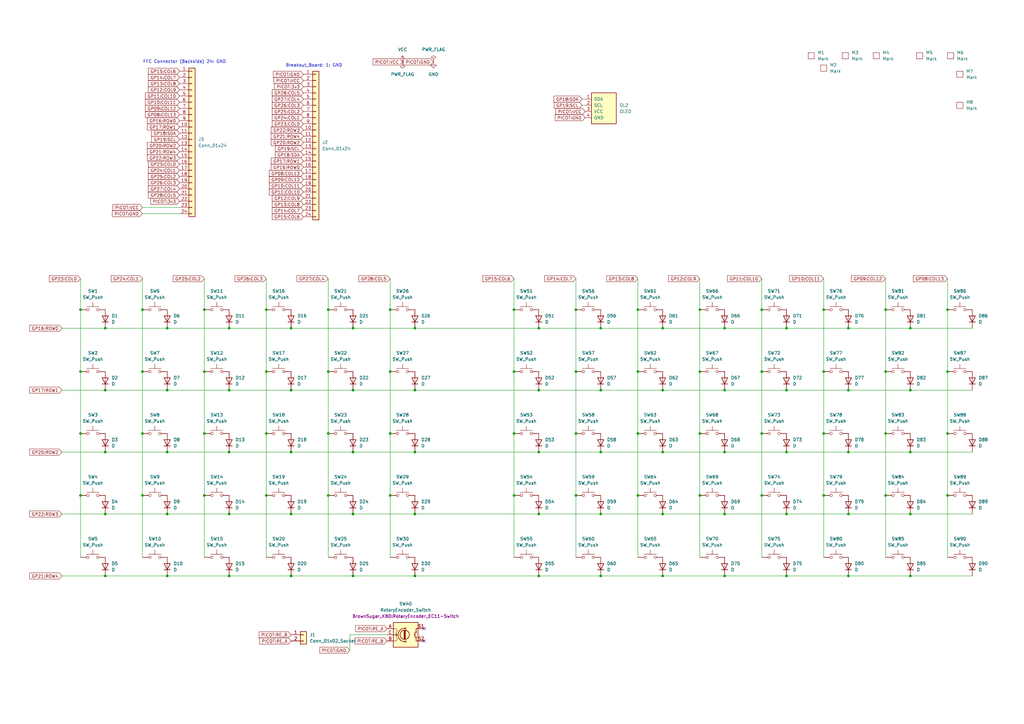
<source format=kicad_sch>
(kicad_sch (version 20250114) (generator "eeschema") (generator_version "9.0")
  (paper "A3")
  (text "Breakout_Board: 1: GND" (at 128.778 26.924 0) (effects (font (size 1.27 1.27))))
  (text "FFC Connector (Backside) 24: GND" (at 75.692 25.4 0) (effects (font (size 1.27 1.27))))
  (junction (at 347.98 236.22))
  (junction (at 297.18 236.22))
  (junction (at 33.02 152.4))
  (junction (at 373.38 134.62))
  (junction (at 109.22 152.4))
  (junction (at 347.98 210.82))
  (junction (at 160.02 152.4))
  (junction (at 83.82 177.8))
  (junction (at 297.18 134.62))
  (junction (at 271.78 236.22))
  (junction (at 170.18 185.42))
  (junction (at 58.42 152.4))
  (junction (at 388.62 177.8))
  (junction (at 144.78 160.02))
  (junction (at 144.78 185.42))
  (junction (at 170.18 236.22))
  (junction (at 144.78 134.62))
  (junction (at 363.22 152.4))
  (junction (at 134.62 177.8))
  (junction (at 337.82 203.2))
  (junction (at 347.98 134.62))
  (junction (at 109.22 177.8))
  (junction (at 33.02 203.2))
  (junction (at 160.02 177.8))
  (junction (at 363.22 127))
  (junction (at 210.82 152.4))
  (junction (at 210.82 177.8))
  (junction (at 297.18 210.82))
  (junction (at 337.82 177.8))
  (junction (at 119.38 236.22))
  (junction (at 83.82 152.4))
  (junction (at 236.22 203.2))
  (junction (at 68.58 210.82))
  (junction (at 33.02 177.8))
  (junction (at 33.02 127))
  (junction (at 93.98 236.22))
  (junction (at 93.98 210.82))
  (junction (at 109.22 127))
  (junction (at 83.82 203.2))
  (junction (at 43.18 160.02))
  (junction (at 347.98 185.42))
  (junction (at 58.42 177.8))
  (junction (at 347.98 160.02))
  (junction (at 93.98 160.02))
  (junction (at 337.82 127))
  (junction (at 312.42 127))
  (junction (at 134.62 152.4))
  (junction (at 271.78 210.82))
  (junction (at 170.18 160.02))
  (junction (at 119.38 185.42))
  (junction (at 160.02 127))
  (junction (at 43.18 210.82))
  (junction (at 119.38 134.62))
  (junction (at 312.42 203.2))
  (junction (at 322.58 134.62))
  (junction (at 373.38 210.82))
  (junction (at 373.38 185.42))
  (junction (at 93.98 185.42))
  (junction (at 246.38 160.02))
  (junction (at 134.62 203.2))
  (junction (at 210.82 127))
  (junction (at 261.62 203.2))
  (junction (at 246.38 185.42))
  (junction (at 144.78 210.82))
  (junction (at 109.22 203.2))
  (junction (at 363.22 177.8))
  (junction (at 68.58 160.02))
  (junction (at 261.62 127))
  (junction (at 271.78 160.02))
  (junction (at 322.58 236.22))
  (junction (at 363.22 203.2))
  (junction (at 373.38 160.02))
  (junction (at 388.62 203.2))
  (junction (at 144.78 236.22))
  (junction (at 388.62 152.4))
  (junction (at 388.62 127))
  (junction (at 210.82 203.2))
  (junction (at 68.58 185.42))
  (junction (at 83.82 127))
  (junction (at 220.98 185.42))
  (junction (at 271.78 185.42))
  (junction (at 58.42 127))
  (junction (at 68.58 134.62))
  (junction (at 312.42 152.4))
  (junction (at 43.18 236.22))
  (junction (at 271.78 134.62))
  (junction (at 220.98 236.22))
  (junction (at 220.98 160.02))
  (junction (at 287.02 127))
  (junction (at 373.38 236.22))
  (junction (at 160.02 203.2))
  (junction (at 287.02 152.4))
  (junction (at 119.38 210.82))
  (junction (at 287.02 177.8))
  (junction (at 170.18 134.62))
  (junction (at 220.98 210.82))
  (junction (at 220.98 134.62))
  (junction (at 58.42 203.2))
  (junction (at 322.58 210.82))
  (junction (at 43.18 134.62))
  (junction (at 246.38 210.82))
  (junction (at 312.42 177.8))
  (junction (at 261.62 152.4))
  (junction (at 236.22 127))
  (junction (at 119.38 160.02))
  (junction (at 261.62 177.8))
  (junction (at 297.18 185.42))
  (junction (at 43.18 185.42))
  (junction (at 322.58 160.02))
  (junction (at 236.22 152.4))
  (junction (at 68.58 236.22))
  (junction (at 246.38 236.22))
  (junction (at 287.02 203.2))
  (junction (at 322.58 185.42))
  (junction (at 246.38 134.62))
  (junction (at 297.18 160.02))
  (junction (at 170.18 210.82))
  (junction (at 337.82 152.4))
  (junction (at 134.62 127))
  (junction (at 236.22 177.8))
  (junction (at 93.98 134.62))
  (no_connect (at 173.99 262.89))
  (no_connect (at 173.99 257.81))
  (wire (pts (xy 238.76 43.18) (xy 240.03 43.18)))
  (wire (pts (xy 246.38 210.82) (xy 271.78 210.82)))
  (wire (pts (xy 363.22 203.2) (xy 363.22 228.6)))
  (wire (pts (xy 271.78 160.02) (xy 297.18 160.02)))
  (wire (pts (xy 312.42 127) (xy 312.42 152.4)))
  (wire (pts (xy 119.38 236.22) (xy 144.78 236.22)))
  (wire (pts (xy 347.98 134.62) (xy 373.38 134.62)))
  (wire (pts (xy 210.82 152.4) (xy 210.82 177.8)))
  (wire (pts (xy 68.58 160.02) (xy 93.98 160.02)))
  (wire (pts (xy 388.62 127) (xy 388.62 152.4)))
  (wire (pts (xy 119.38 210.82) (xy 144.78 210.82)))
  (wire (pts (xy 160.02 114.3) (xy 160.02 127)))
  (wire (pts (xy 33.02 177.8) (xy 33.02 203.2)))
  (wire (pts (xy 373.38 185.42) (xy 398.78 185.42)))
  (wire (pts (xy 297.18 134.62) (xy 322.58 134.62)))
  (wire (pts (xy 297.18 236.22) (xy 322.58 236.22)))
  (wire (pts (xy 68.58 134.62) (xy 93.98 134.62)))
  (wire (pts (xy 287.02 177.8) (xy 287.02 203.2)))
  (wire (pts (xy 160.02 177.8) (xy 160.02 203.2)))
  (wire (pts (xy 347.98 210.82) (xy 373.38 210.82)))
  (wire (pts (xy 297.18 160.02) (xy 322.58 160.02)))
  (wire (pts (xy 58.42 114.3) (xy 58.42 127)))
  (wire (pts (xy 119.38 160.02) (xy 144.78 160.02)))
  (wire (pts (xy 322.58 236.22) (xy 347.98 236.22)))
  (wire (pts (xy 158.75 260.35) (xy 143.51 260.35)))
  (wire (pts (xy 83.82 177.8) (xy 83.82 203.2)))
  (wire (pts (xy 43.18 210.82) (xy 68.58 210.82)))
  (wire (pts (xy 322.58 185.42) (xy 347.98 185.42)))
  (wire (pts (xy 373.38 210.82) (xy 398.78 210.82)))
  (wire (pts (xy 134.62 177.8) (xy 134.62 203.2)))
  (wire (pts (xy 83.82 203.2) (xy 83.82 228.6)))
  (wire (pts (xy 297.18 210.82) (xy 322.58 210.82)))
  (wire (pts (xy 220.98 210.82) (xy 246.38 210.82)))
  (wire (pts (xy 58.42 85.09) (xy 73.66 85.09)))
  (wire (pts (xy 363.22 177.8) (xy 363.22 203.2)))
  (wire (pts (xy 109.22 152.4) (xy 109.22 177.8)))
  (wire (pts (xy 83.82 114.3) (xy 83.82 127)))
  (wire (pts (xy 363.22 152.4) (xy 363.22 177.8)))
  (wire (pts (xy 287.02 114.3) (xy 287.02 127)))
  (wire (pts (xy 160.02 203.2) (xy 160.02 228.6)))
  (wire (pts (xy 312.42 114.3) (xy 312.42 127)))
  (wire (pts (xy 287.02 203.2) (xy 287.02 228.6)))
  (wire (pts (xy 236.22 152.4) (xy 236.22 177.8)))
  (wire (pts (xy 58.42 152.4) (xy 58.42 177.8)))
  (wire (pts (xy 83.82 152.4) (xy 83.82 177.8)))
  (wire (pts (xy 119.38 185.42) (xy 144.78 185.42)))
  (wire (pts (xy 373.38 236.22) (xy 398.78 236.22)))
  (wire (pts (xy 33.02 114.3) (xy 33.02 127)))
  (wire (pts (xy 322.58 134.62) (xy 347.98 134.62)))
  (wire (pts (xy 337.82 114.3) (xy 337.82 127)))
  (wire (pts (xy 144.78 236.22) (xy 170.18 236.22)))
  (wire (pts (xy 337.82 127) (xy 337.82 152.4)))
  (wire (pts (xy 373.38 134.62) (xy 398.78 134.62)))
  (wire (pts (xy 322.58 160.02) (xy 347.98 160.02)))
  (wire (pts (xy 238.76 40.64) (xy 240.03 40.64)))
  (wire (pts (xy 373.38 160.02) (xy 398.78 160.02)))
  (wire (pts (xy 134.62 203.2) (xy 134.62 228.6)))
  (wire (pts (xy 93.98 210.82) (xy 119.38 210.82)))
  (wire (pts (xy 261.62 152.4) (xy 261.62 177.8)))
  (wire (pts (xy 220.98 185.42) (xy 246.38 185.42)))
  (wire (pts (xy 246.38 160.02) (xy 271.78 160.02)))
  (wire (pts (xy 33.02 152.4) (xy 33.02 177.8)))
  (wire (pts (xy 160.02 152.4) (xy 160.02 177.8)))
  (wire (pts (xy 109.22 114.3) (xy 109.22 127)))
  (wire (pts (xy 143.51 260.35) (xy 143.51 266.7)))
  (wire (pts (xy 312.42 203.2) (xy 312.42 228.6)))
  (wire (pts (xy 337.82 177.8) (xy 337.82 203.2)))
  (wire (pts (xy 261.62 114.3) (xy 261.62 127)))
  (wire (pts (xy 170.18 185.42) (xy 220.98 185.42)))
  (wire (pts (xy 25.4 134.62) (xy 43.18 134.62)))
  (wire (pts (xy 93.98 236.22) (xy 119.38 236.22)))
  (wire (pts (xy 33.02 127) (xy 33.02 152.4)))
  (wire (pts (xy 170.18 134.62) (xy 220.98 134.62)))
  (wire (pts (xy 261.62 177.8) (xy 261.62 203.2)))
  (wire (pts (xy 144.78 134.62) (xy 170.18 134.62)))
  (wire (pts (xy 363.22 127) (xy 363.22 152.4)))
  (wire (pts (xy 347.98 160.02) (xy 373.38 160.02)))
  (wire (pts (xy 388.62 152.4) (xy 388.62 177.8)))
  (wire (pts (xy 271.78 185.42) (xy 297.18 185.42)))
  (wire (pts (xy 68.58 185.42) (xy 93.98 185.42)))
  (wire (pts (xy 170.18 210.82) (xy 220.98 210.82)))
  (wire (pts (xy 236.22 127) (xy 236.22 152.4)))
  (wire (pts (xy 58.42 203.2) (xy 58.42 228.6)))
  (wire (pts (xy 246.38 236.22) (xy 271.78 236.22)))
  (wire (pts (xy 246.38 134.62) (xy 271.78 134.62)))
  (wire (pts (xy 337.82 152.4) (xy 337.82 177.8)))
  (wire (pts (xy 271.78 134.62) (xy 297.18 134.62)))
  (wire (pts (xy 43.18 236.22) (xy 68.58 236.22)))
  (wire (pts (xy 134.62 152.4) (xy 134.62 177.8)))
  (wire (pts (xy 109.22 177.8) (xy 109.22 203.2)))
  (wire (pts (xy 271.78 236.22) (xy 297.18 236.22)))
  (wire (pts (xy 170.18 160.02) (xy 220.98 160.02)))
  (wire (pts (xy 220.98 160.02) (xy 246.38 160.02)))
  (wire (pts (xy 287.02 152.4) (xy 287.02 177.8)))
  (wire (pts (xy 388.62 177.8) (xy 388.62 203.2)))
  (wire (pts (xy 160.02 127) (xy 160.02 152.4)))
  (wire (pts (xy 312.42 177.8) (xy 312.42 203.2)))
  (wire (pts (xy 93.98 185.42) (xy 119.38 185.42)))
  (wire (pts (xy 246.38 185.42) (xy 271.78 185.42)))
  (wire (pts (xy 388.62 203.2) (xy 388.62 228.6)))
  (wire (pts (xy 43.18 160.02) (xy 68.58 160.02)))
  (wire (pts (xy 58.42 87.63) (xy 73.66 87.63)))
  (wire (pts (xy 287.02 127) (xy 287.02 152.4)))
  (wire (pts (xy 388.62 114.3) (xy 388.62 127)))
  (wire (pts (xy 220.98 236.22) (xy 246.38 236.22)))
  (wire (pts (xy 236.22 177.8) (xy 236.22 203.2)))
  (wire (pts (xy 83.82 127) (xy 83.82 152.4)))
  (wire (pts (xy 43.18 185.42) (xy 68.58 185.42)))
  (wire (pts (xy 297.18 185.42) (xy 322.58 185.42)))
  (wire (pts (xy 25.4 210.82) (xy 43.18 210.82)))
  (wire (pts (xy 68.58 210.82) (xy 93.98 210.82)))
  (wire (pts (xy 144.78 185.42) (xy 170.18 185.42)))
  (wire (pts (xy 210.82 203.2) (xy 210.82 228.6)))
  (wire (pts (xy 25.4 160.02) (xy 43.18 160.02)))
  (wire (pts (xy 25.4 236.22) (xy 43.18 236.22)))
  (wire (pts (xy 271.78 210.82) (xy 297.18 210.82)))
  (wire (pts (xy 220.98 134.62) (xy 246.38 134.62)))
  (wire (pts (xy 261.62 203.2) (xy 261.62 228.6)))
  (wire (pts (xy 25.4 185.42) (xy 43.18 185.42)))
  (wire (pts (xy 347.98 236.22) (xy 373.38 236.22)))
  (wire (pts (xy 43.18 134.62) (xy 68.58 134.62)))
  (wire (pts (xy 144.78 160.02) (xy 170.18 160.02)))
  (wire (pts (xy 109.22 127) (xy 109.22 152.4)))
  (wire (pts (xy 363.22 114.3) (xy 363.22 127)))
  (wire (pts (xy 93.98 160.02) (xy 119.38 160.02)))
  (wire (pts (xy 134.62 127) (xy 134.62 152.4)))
  (wire (pts (xy 261.62 127) (xy 261.62 152.4)))
  (wire (pts (xy 109.22 203.2) (xy 109.22 228.6)))
  (wire (pts (xy 33.02 203.2) (xy 33.02 228.6)))
  (wire (pts (xy 68.58 236.22) (xy 93.98 236.22)))
  (wire (pts (xy 322.58 210.82) (xy 347.98 210.82)))
  (wire (pts (xy 144.78 210.82) (xy 170.18 210.82)))
  (wire (pts (xy 134.62 114.3) (xy 134.62 127)))
  (wire (pts (xy 347.98 185.42) (xy 373.38 185.42)))
  (wire (pts (xy 58.42 127) (xy 58.42 152.4)))
  (wire (pts (xy 93.98 134.62) (xy 119.38 134.62)))
  (wire (pts (xy 236.22 114.3) (xy 236.22 127)))
  (wire (pts (xy 337.82 203.2) (xy 337.82 228.6)))
  (wire (pts (xy 210.82 114.3) (xy 210.82 127)))
  (wire (pts (xy 312.42 152.4) (xy 312.42 177.8)))
  (wire (pts (xy 236.22 203.2) (xy 236.22 228.6)))
  (wire (pts (xy 210.82 177.8) (xy 210.82 203.2)))
  (wire (pts (xy 170.18 236.22) (xy 220.98 236.22)))
  (wire (pts (xy 210.82 127) (xy 210.82 152.4)))
  (wire (pts (xy 119.38 134.62) (xy 144.78 134.62)))
  (wire (pts (xy 58.42 177.8) (xy 58.42 203.2)))
  (global_label "PICOT:VCC" (shape input) (at 165.1 25.4 180) (property "Intersheetrefs" "${INTERSHEET_REFS}" (effects (hide yes))))
  (global_label "GP25:COL2" (shape input) (at 83.82 114.3 180) (property "Intersheetrefs" "${INTERSHEET_REFS}" (effects (hide yes))))
  (global_label "GP19:SCL" (shape input) (at 124.46 60.96 180) (property "Intersheetrefs" "${INTERSHEET_REFS}" (effects (hide yes))))
  (global_label "GP23:COL0" (shape input) (at 73.66 67.31 180) (property "Intersheetrefs" "${INTERSHEET_REFS}" (effects (hide yes))))
  (global_label "PICOT:GND" (shape input) (at 240.03 48.26 180) (property "Intersheetrefs" "${INTERSHEET_REFS}" (effects (hide yes))))
  (global_label "GP13:COL8" (shape input) (at 261.62 114.3 180) (property "Intersheetrefs" "${INTERSHEET_REFS}" (effects (hide yes))))
  (global_label "GP22:ROW3" (shape input) (at 124.46 53.34 180) (property "Intersheetrefs" "${INTERSHEET_REFS}" (effects (hide yes))))
  (global_label "PICOT:RE_A" (shape input) (at 119.38 262.89 180) (property "Intersheetrefs" "${INTERSHEET_REFS}" (effects (hide yes))))
  (global_label "GP08:COL13" (shape input) (at 124.46 71.12 180) (property "Intersheetrefs" "${INTERSHEET_REFS}" (effects (hide yes))))
  (global_label "GP23:COL0" (shape input) (at 124.46 50.8 180) (property "Intersheetrefs" "${INTERSHEET_REFS}" (effects (hide yes))))
  (global_label "GP15:COL6" (shape input) (at 210.82 114.3 180) (property "Intersheetrefs" "${INTERSHEET_REFS}" (effects (hide yes))))
  (global_label "GP12:COL9" (shape input) (at 124.46 81.28 180) (property "Intersheetrefs" "${INTERSHEET_REFS}" (effects (hide yes))))
  (global_label "PICOT:VCC" (shape input) (at 124.46 33.02 180) (property "Intersheetrefs" "${INTERSHEET_REFS}" (effects (hide yes))))
  (global_label "PICOT:RE_A" (shape input) (at 158.75 257.81 180) (property "Intersheetrefs" "${INTERSHEET_REFS}" (effects (hide yes))))
  (global_label "PICOT:GND" (shape input) (at 177.8 25.4 180) (property "Intersheetrefs" "${INTERSHEET_REFS}" (effects (hide yes))))
  (global_label "GP25:COL2" (shape input) (at 124.46 45.72 180) (property "Intersheetrefs" "${INTERSHEET_REFS}" (effects (hide yes))))
  (global_label "GP24:COL1" (shape input) (at 58.42 114.3 180) (property "Intersheetrefs" "${INTERSHEET_REFS}" (effects (hide yes))))
  (global_label "GP26:COL3" (shape input) (at 109.22 114.3 180) (property "Intersheetrefs" "${INTERSHEET_REFS}" (effects (hide yes))))
  (global_label "GP19:SCL" (shape input) (at 238.76 43.18 180) (property "Intersheetrefs" "${INTERSHEET_REFS}" (effects (hide yes))))
  (global_label "GP18:SDA" (shape input) (at 73.66 54.61 180) (property "Intersheetrefs" "${INTERSHEET_REFS}" (effects (hide yes))))
  (global_label "PICOT:GND" (shape input) (at 58.42 87.63 180) (property "Intersheetrefs" "${INTERSHEET_REFS}" (effects (hide yes))))
  (global_label "PICOT:RE_B" (shape input) (at 158.75 262.89 180) (property "Intersheetrefs" "${INTERSHEET_REFS}" (effects (hide yes))))
  (global_label "GP14:COL7" (shape input) (at 236.22 114.3 180) (property "Intersheetrefs" "${INTERSHEET_REFS}" (effects (hide yes))))
  (global_label "GP21:ROW4" (shape input) (at 124.46 55.88 180) (property "Intersheetrefs" "${INTERSHEET_REFS}" (effects (hide yes))))
  (global_label "GP15:COL6" (shape input) (at 124.46 88.9 180) (property "Intersheetrefs" "${INTERSHEET_REFS}" (effects (hide yes))))
  (global_label "GP28:COL5" (shape input) (at 160.02 114.3 180) (property "Intersheetrefs" "${INTERSHEET_REFS}" (effects (hide yes))))
  (global_label "GP08:COL13" (shape input) (at 73.66 46.99 180) (property "Intersheetrefs" "${INTERSHEET_REFS}" (effects (hide yes))))
  (global_label "GP27:COL4" (shape input) (at 124.46 40.64 180) (property "Intersheetrefs" "${INTERSHEET_REFS}" (effects (hide yes))))
  (global_label "GP10:COL11" (shape input) (at 73.66 41.91 180) (property "Intersheetrefs" "${INTERSHEET_REFS}" (effects (hide yes))))
  (global_label "GP16:ROW0" (shape input) (at 73.66 49.53 180) (property "Intersheetrefs" "${INTERSHEET_REFS}" (effects (hide yes))))
  (global_label "GP18:SDA" (shape input) (at 124.46 63.5 180) (property "Intersheetrefs" "${INTERSHEET_REFS}" (effects (hide yes))))
  (global_label "GP17:ROW1" (shape input) (at 124.46 66.04 180) (property "Intersheetrefs" "${INTERSHEET_REFS}" (effects (hide yes))))
  (global_label "GP22:ROW3" (shape input) (at 25.4 210.82 180) (property "Intersheetrefs" "${INTERSHEET_REFS}" (effects (hide yes))))
  (global_label "GP18:SDA" (shape input) (at 238.76 40.64 180) (property "Intersheetrefs" "${INTERSHEET_REFS}" (effects (hide yes))))
  (global_label "GP28:COL5" (shape input) (at 73.66 80.01 180) (property "Intersheetrefs" "${INTERSHEET_REFS}" (effects (hide yes))))
  (global_label "GP10:COL11" (shape input) (at 337.82 114.3 180) (property "Intersheetrefs" "${INTERSHEET_REFS}" (effects (hide yes))))
  (global_label "PICOT:3v3" (shape input) (at 124.46 35.56 180) (property "Intersheetrefs" "${INTERSHEET_REFS}" (effects (hide yes))))
  (global_label "GP09:COL12" (shape input) (at 73.66 44.45 180) (property "Intersheetrefs" "${INTERSHEET_REFS}" (effects (hide yes))))
  (global_label "GP09:COL12" (shape input) (at 363.22 114.3 180) (property "Intersheetrefs" "${INTERSHEET_REFS}" (effects (hide yes))))
  (global_label "PICOT:GND" (shape input) (at 124.46 30.48 180) (property "Intersheetrefs" "${INTERSHEET_REFS}" (effects (hide yes))))
  (global_label "PICOT:VCC" (shape input) (at 240.03 45.72 180) (property "Intersheetrefs" "${INTERSHEET_REFS}" (effects (hide yes))))
  (global_label "GP20:ROW2" (shape input) (at 25.4 185.42 180) (property "Intersheetrefs" "${INTERSHEET_REFS}" (effects (hide yes))))
  (global_label "GP17:ROW1" (shape input) (at 73.66 52.07 180) (property "Intersheetrefs" "${INTERSHEET_REFS}" (effects (hide yes))))
  (global_label "GP20:ROW2" (shape input) (at 73.66 59.69 180) (property "Intersheetrefs" "${INTERSHEET_REFS}" (effects (hide yes))))
  (global_label "GP26:COL3" (shape input) (at 73.66 74.93 180) (property "Intersheetrefs" "${INTERSHEET_REFS}" (effects (hide yes))))
  (global_label "GP16:ROW0" (shape input) (at 124.46 68.58 180) (property "Intersheetrefs" "${INTERSHEET_REFS}" (effects (hide yes))))
  (global_label "GP19:SCL" (shape input) (at 73.66 57.15 180) (property "Intersheetrefs" "${INTERSHEET_REFS}" (effects (hide yes))))
  (global_label "PICOT:3v3" (shape input) (at 73.66 82.55 180) (property "Intersheetrefs" "${INTERSHEET_REFS}" (effects (hide yes))))
  (global_label "PICOT:VCC" (shape input) (at 58.42 85.09 180) (property "Intersheetrefs" "${INTERSHEET_REFS}" (effects (hide yes))))
  (global_label "GP13:COL8" (shape input) (at 73.66 34.29 180) (property "Intersheetrefs" "${INTERSHEET_REFS}" (effects (hide yes))))
  (global_label "GP13:COL8" (shape input) (at 124.46 83.82 180) (property "Intersheetrefs" "${INTERSHEET_REFS}" (effects (hide yes))))
  (global_label "GP16:ROW0" (shape input) (at 25.4 134.62 180) (property "Intersheetrefs" "${INTERSHEET_REFS}" (effects (hide yes))))
  (global_label "GP12:COL9" (shape input) (at 73.66 36.83 180) (property "Intersheetrefs" "${INTERSHEET_REFS}" (effects (hide yes))))
  (global_label "PICOT:GND" (shape input) (at 143.51 266.7 180) (property "Intersheetrefs" "${INTERSHEET_REFS}" (effects (hide yes))))
  (global_label "GP24:COL1" (shape input) (at 124.46 48.26 180) (property "Intersheetrefs" "${INTERSHEET_REFS}" (effects (hide yes))))
  (global_label "GP09:COL12" (shape input) (at 124.46 73.66 180) (property "Intersheetrefs" "${INTERSHEET_REFS}" (effects (hide yes))))
  (global_label "GP14:COL7" (shape input) (at 73.66 31.75 180) (property "Intersheetrefs" "${INTERSHEET_REFS}" (effects (hide yes))))
  (global_label "GP26:COL3" (shape input) (at 124.46 43.18 180) (property "Intersheetrefs" "${INTERSHEET_REFS}" (effects (hide yes))))
  (global_label "GP25:COL2" (shape input) (at 73.66 72.39 180) (property "Intersheetrefs" "${INTERSHEET_REFS}" (effects (hide yes))))
  (global_label "GP23:COL0" (shape input) (at 33.02 114.3 180) (property "Intersheetrefs" "${INTERSHEET_REFS}" (effects (hide yes))))
  (global_label "GP11:COL10" (shape input) (at 124.46 78.74 180) (property "Intersheetrefs" "${INTERSHEET_REFS}" (effects (hide yes))))
  (global_label "GP15:COL6" (shape input) (at 73.66 29.21 180) (property "Intersheetrefs" "${INTERSHEET_REFS}" (effects (hide yes))))
  (global_label "GP28:COL5" (shape input) (at 124.46 38.1 180) (property "Intersheetrefs" "${INTERSHEET_REFS}" (effects (hide yes))))
  (global_label "GP21:ROW4" (shape input) (at 73.66 62.23 180) (property "Intersheetrefs" "${INTERSHEET_REFS}" (effects (hide yes))))
  (global_label "GP24:COL1" (shape input) (at 73.66 69.85 180) (property "Intersheetrefs" "${INTERSHEET_REFS}" (effects (hide yes))))
  (global_label "GP10:COL11" (shape input) (at 124.46 76.2 180) (property "Intersheetrefs" "${INTERSHEET_REFS}" (effects (hide yes))))
  (global_label "PICOT:RE_B" (shape input) (at 119.38 260.35 180) (property "Intersheetrefs" "${INTERSHEET_REFS}" (effects (hide yes))))
  (global_label "GP12:COL9" (shape input) (at 287.02 114.3 180) (property "Intersheetrefs" "${INTERSHEET_REFS}" (effects (hide yes))))
  (global_label "GP27:COL4" (shape input) (at 134.62 114.3 180) (property "Intersheetrefs" "${INTERSHEET_REFS}" (effects (hide yes))))
  (global_label "GP11:COL10" (shape input) (at 73.66 39.37 180) (property "Intersheetrefs" "${INTERSHEET_REFS}" (effects (hide yes))))
  (global_label "GP22:ROW3" (shape input) (at 73.66 64.77 180) (property "Intersheetrefs" "${INTERSHEET_REFS}" (effects (hide yes))))
  (global_label "GP11:COL10" (shape input) (at 312.42 114.3 180) (property "Intersheetrefs" "${INTERSHEET_REFS}" (effects (hide yes))))
  (global_label "GP17:ROW1" (shape input) (at 25.4 160.02 180) (property "Intersheetrefs" "${INTERSHEET_REFS}" (effects (hide yes))))
  (global_label "GP21:ROW4" (shape input) (at 25.4 236.22 180) (property "Intersheetrefs" "${INTERSHEET_REFS}" (effects (hide yes))))
  (global_label "GP27:COL4" (shape input) (at 73.66 77.47 180) (property "Intersheetrefs" "${INTERSHEET_REFS}" (effects (hide yes))))
  (global_label "GP14:COL7" (shape input) (at 124.46 86.36 180) (property "Intersheetrefs" "${INTERSHEET_REFS}" (effects (hide yes))))
  (global_label "GP08:COL13" (shape input) (at 388.62 114.3 180) (property "Intersheetrefs" "${INTERSHEET_REFS}" (effects (hide yes))))
  (global_label "GP20:ROW2" (shape input) (at 124.46 58.42 180) (property "Intersheetrefs" "${INTERSHEET_REFS}" (effects (hide yes))))
  (symbol (lib_id "Switch:SW_Push") (at 317.5 152.4 0) (mirror y) (unit 1)
    (property "Reference" "SW72" (at 317.5 144.78 0))
    (property "Value" "SW_Push" (at 317.5 147.32 0))
    (property "Footprint" "Rikkodo_FootPrint:rkd_Asm_ChocV1V2_Hotswap_1u" (effects (hide yes)))
    (property "Description" "Push button switch, generic, two pins" (effects (hide yes)))
  )
  (symbol (lib_id "Switch:SW_Push") (at 317.5 203.2 0) (mirror y) (unit 1)
    (property "Reference" "SW74" (at 317.5 195.58 0))
    (property "Value" "SW_Push" (at 317.5 198.12 0))
    (property "Footprint" "Rikkodo_FootPrint:rkd_Asm_ChocV1V2_Hotswap_1u" (effects (hide yes)))
    (property "Description" "Push button switch, generic, two pins" (effects (hide yes)))
  )
  (symbol (lib_id "Switch:SW_Push") (at 215.9 203.2 0) (mirror y) (unit 1)
    (property "Reference" "SW54" (at 215.9 195.58 0))
    (property "Value" "SW_Push" (at 215.9 198.12 0))
    (property "Footprint" "Rikkodo_FootPrint:rkd_Asm_ChocV1V2_Hotswap_1u" (effects (hide yes)))
    (property "Description" "Push button switch, generic, two pins" (effects (hide yes)))
  )
  (symbol (lib_id "Device:D") (at 119.38 207.01 90) (unit 1)
    (property "Reference" "D19" (at 121.92 205.7399 90) (effects (justify right)))
    (property "Value" "D" (at 121.92 208.2799 90) (effects (justify right)))
    (property "Footprint" "kbd_Parts:Diode_SMD" (effects (hide yes)))
    (property "Description" "Diode" (effects (hide yes)))
    (property "Sim.Device" "D" (effects (hide yes)))
    (property "Sim.Pins" "1=K 2=A" (effects (hide yes)))
  )
  (symbol (lib_id "Switch:SW_Push") (at 292.1 177.8 0) (mirror y) (unit 1)
    (property "Reference" "SW68" (at 292.1 170.18 0))
    (property "Value" "SW_Push" (at 292.1 172.72 0))
    (property "Footprint" "Rikkodo_FootPrint:rkd_Asm_ChocV1V2_Hotswap_1u" (effects (hide yes)))
    (property "Description" "Push button switch, generic, two pins" (effects (hide yes)))
  )
  (symbol (lib_id "Device:D") (at 271.78 181.61 90) (unit 1)
    (property "Reference" "D63" (at 274.32 180.3399 90) (effects (justify right)))
    (property "Value" "D" (at 274.32 182.8799 90) (effects (justify right)))
    (property "Footprint" "kbd_Parts:Diode_SMD" (effects (hide yes)))
    (property "Description" "Diode" (effects (hide yes)))
    (property "Sim.Device" "D" (effects (hide yes)))
    (property "Sim.Pins" "1=K 2=A" (effects (hide yes)))
  )
  (symbol (lib_id "Device:D") (at 43.18 181.61 90) (unit 1)
    (property "Reference" "D3" (at 45.72 180.3399 90) (effects (justify right)))
    (property "Value" "D" (at 45.72 182.8799 90) (effects (justify right)))
    (property "Footprint" "kbd_Parts:Diode_SMD" (effects (hide yes)))
    (property "Description" "Diode" (effects (hide yes)))
    (property "Sim.Device" "D" (effects (hide yes)))
    (property "Sim.Pins" "1=K 2=A" (effects (hide yes)))
  )
  (symbol (lib_id "Device:D") (at 119.38 156.21 90) (unit 1)
    (property "Reference" "D17" (at 121.92 154.9399 90) (effects (justify right)))
    (property "Value" "D" (at 121.92 157.4799 90) (effects (justify right)))
    (property "Footprint" "kbd_Parts:Diode_SMD" (effects (hide yes)))
    (property "Description" "Diode" (effects (hide yes)))
    (property "Sim.Device" "D" (effects (hide yes)))
    (property "Sim.Pins" "1=K 2=A" (effects (hide yes)))
  )
  (symbol (lib_id "Switch:SW_Push") (at 165.1 152.4 0) (mirror y) (unit 1)
    (property "Reference" "SW27" (at 165.1 144.78 0))
    (property "Value" "SW_Push" (at 165.1 147.32 0))
    (property "Footprint" "Rikkodo_FootPrint:rkd_Asm_ChocV1V2_Hotswap_1u" (effects (hide yes)))
    (property "Description" "Push button switch, generic, two pins" (effects (hide yes)))
  )
  (symbol (lib_id "Switch:SW_Push") (at 38.1 228.6 0) (mirror y) (unit 1)
    (property "Reference" "SW5" (at 38.1 220.98 0))
    (property "Value" "SW_Push" (at 38.1 223.52 0))
    (property "Footprint" "Rikkodo_FootPrint:rkd_Asm_ChocV1V2_Hotswap_1u" (effects (hide yes)))
    (property "Description" "Push button switch, generic, two pins" (effects (hide yes)))
  )
  (symbol (lib_id "Switch:SW_Push") (at 342.9 228.6 0) (mirror y) (unit 1)
    (property "Reference" "SW80" (at 342.9 220.98 0))
    (property "Value" "SW_Push" (at 342.9 223.52 0))
    (property "Footprint" "Rikkodo_FootPrint:rkd_Asm_ChocV1V2_Hotswap_1u" (effects (hide yes)))
    (property "Description" "Push button switch, generic, two pins" (effects (hide yes)))
  )
  (symbol (lib_id "Device:D") (at 347.98 232.41 90) (unit 1)
    (property "Reference" "D80" (at 350.52 231.1399 90) (effects (justify right)))
    (property "Value" "D" (at 350.52 233.6799 90) (effects (justify right)))
    (property "Footprint" "kbd_Parts:Diode_SMD" (effects (hide yes)))
    (property "Description" "Diode" (effects (hide yes)))
    (property "Sim.Device" "D" (effects (hide yes)))
    (property "Sim.Pins" "1=K 2=A" (effects (hide yes)))
  )
  (symbol (lib_id "Switch:SW_Push") (at 114.3 177.8 0) (mirror y) (unit 1)
    (property "Reference" "SW18" (at 114.3 170.18 0))
    (property "Value" "SW_Push" (at 114.3 172.72 0))
    (property "Footprint" "Rikkodo_FootPrint:rkd_Asm_ChocV1V2_Hotswap_1u" (effects (hide yes)))
    (property "Description" "Push button switch, generic, two pins" (effects (hide yes)))
  )
  (symbol (lib_id "Device:D") (at 144.78 207.01 90) (unit 1)
    (property "Reference" "D24" (at 147.32 205.7399 90) (effects (justify right)))
    (property "Value" "D" (at 147.32 208.2799 90) (effects (justify right)))
    (property "Footprint" "kbd_Parts:Diode_SMD" (effects (hide yes)))
    (property "Description" "Diode" (effects (hide yes)))
    (property "Sim.Device" "D" (effects (hide yes)))
    (property "Sim.Pins" "1=K 2=A" (effects (hide yes)))
  )
  (symbol (lib_id "BrownSugar_KBD:Mark") (at 393.7 30.48 0) (unit 1)
    (property "Reference" "M7" (at 396.24 29.2099 0) (effects (justify left)))
    (property "Value" "Mark" (at 396.24 31.7499 0) (effects (justify left)))
    (property "Footprint" "kbd_Hole:m2_Screw_Hole" (effects (hide yes)))
  )
  (symbol (lib_id "Device:D") (at 271.78 232.41 90) (unit 1)
    (property "Reference" "D65" (at 274.32 231.1399 90) (effects (justify right)))
    (property "Value" "D" (at 274.32 233.6799 90) (effects (justify right)))
    (property "Footprint" "kbd_Parts:Diode_SMD" (effects (hide yes)))
    (property "Description" "Diode" (effects (hide yes)))
    (property "Sim.Device" "D" (effects (hide yes)))
    (property "Sim.Pins" "1=K 2=A" (effects (hide yes)))
  )
  (symbol (lib_id "Device:D") (at 170.18 156.21 90) (unit 1)
    (property "Reference" "D27" (at 172.72 154.9399 90) (effects (justify right)))
    (property "Value" "D" (at 172.72 157.4799 90) (effects (justify right)))
    (property "Footprint" "kbd_Parts:Diode_SMD" (effects (hide yes)))
    (property "Description" "Diode" (effects (hide yes)))
    (property "Sim.Device" "D" (effects (hide yes)))
    (property "Sim.Pins" "1=K 2=A" (effects (hide yes)))
  )
  (symbol (lib_id "Switch:SW_Push") (at 63.5 152.4 0) (mirror y) (unit 1)
    (property "Reference" "SW7" (at 63.5 144.78 0))
    (property "Value" "SW_Push" (at 63.5 147.32 0))
    (property "Footprint" "Rikkodo_FootPrint:rkd_Asm_ChocV1V2_Hotswap_1u" (effects (hide yes)))
    (property "Description" "Push button switch, generic, two pins" (effects (hide yes)))
  )
  (symbol (lib_id "Switch:SW_Push") (at 114.3 152.4 0) (mirror y) (unit 1)
    (property "Reference" "SW17" (at 114.3 144.78 0))
    (property "Value" "SW_Push" (at 114.3 147.32 0))
    (property "Footprint" "Rikkodo_FootPrint:rkd_Asm_ChocV1V2_Hotswap_1u" (effects (hide yes)))
    (property "Description" "Push button switch, generic, two pins" (effects (hide yes)))
  )
  (symbol (lib_id "Switch:SW_Push") (at 393.7 127 0) (mirror y) (unit 1)
    (property "Reference" "SW86" (at 393.7 119.38 0))
    (property "Value" "SW_Push" (at 393.7 121.92 0))
    (property "Footprint" "Rikkodo_FootPrint:rkd_Asm_ChocV2_Hotswap_2uW" (effects (hide yes)))
    (property "Description" "Push button switch, generic, two pins" (effects (hide yes)))
  )
  (symbol (lib_id "BrownSugar_KBD:Mark") (at 359.41 22.86 0) (unit 1)
    (property "Reference" "M4" (at 361.95 21.5899 0) (effects (justify left)))
    (property "Value" "Mark" (at 361.95 24.1299 0) (effects (justify left)))
    (property "Footprint" "kbd_Hole:m2_Spacer_Hole_hex" (effects (hide yes)))
  )
  (symbol (lib_id "Switch:SW_Push") (at 215.9 177.8 0) (mirror y) (unit 1)
    (property "Reference" "SW53" (at 215.9 170.18 0))
    (property "Value" "SW_Push" (at 215.9 172.72 0))
    (property "Footprint" "Rikkodo_FootPrint:rkd_Asm_ChocV1V2_Hotswap_1u" (effects (hide yes)))
    (property "Description" "Push button switch, generic, two pins" (effects (hide yes)))
  )
  (symbol (lib_id "Device:D") (at 220.98 232.41 90) (unit 1)
    (property "Reference" "D55" (at 223.52 231.1399 90) (effects (justify right)))
    (property "Value" "D" (at 223.52 233.6799 90) (effects (justify right)))
    (property "Footprint" "kbd_Parts:Diode_SMD" (effects (hide yes)))
    (property "Description" "Diode" (effects (hide yes)))
    (property "Sim.Device" "D" (effects (hide yes)))
    (property "Sim.Pins" "1=K 2=A" (effects (hide yes)))
  )
  (symbol (lib_id "Switch:SW_Push") (at 165.1 177.8 0) (mirror y) (unit 1)
    (property "Reference" "SW28" (at 165.1 170.18 0))
    (property "Value" "SW_Push" (at 165.1 172.72 0))
    (property "Footprint" "Rikkodo_FootPrint:rkd_Asm_ChocV1V2_Hotswap_1u" (effects (hide yes)))
    (property "Description" "Push button switch, generic, two pins" (effects (hide yes)))
  )
  (symbol (lib_id "Switch:SW_Push") (at 63.5 228.6 0) (mirror y) (unit 1)
    (property "Reference" "SW10" (at 63.5 220.98 0))
    (property "Value" "SW_Push" (at 63.5 223.52 0))
    (property "Footprint" "Rikkodo_FootPrint:rkd_Asm_ChocV1V2_Hotswap_1u" (effects (hide yes)))
    (property "Description" "Push button switch, generic, two pins" (effects (hide yes)))
  )
  (symbol (lib_id "BrownSugar_KBD:OLED") (at 247.65 44.45 0) (unit 1)
    (property "Reference" "OL2" (at 254 43.1799 0) (effects (justify left)))
    (property "Value" "OLED" (at 254 45.7199 0) (effects (justify left)))
    (property "Footprint" "BrownSugar_KBD:OLED_center_display" (effects (hide yes)))
  )
  (symbol (lib_id "Switch:SW_Push") (at 114.3 127 0) (mirror y) (unit 1)
    (property "Reference" "SW16" (at 114.3 119.38 0))
    (property "Value" "SW_Push" (at 114.3 121.92 0))
    (property "Footprint" "Rikkodo_FootPrint:rkd_Asm_ChocV1V2_Hotswap_1u" (effects (hide yes)))
    (property "Description" "Push button switch, generic, two pins" (effects (hide yes)))
  )
  (symbol (lib_id "Switch:SW_Push") (at 139.7 177.8 0) (mirror y) (unit 1)
    (property "Reference" "SW23" (at 139.7 170.18 0))
    (property "Value" "SW_Push" (at 139.7 172.72 0))
    (property "Footprint" "Rikkodo_FootPrint:rkd_Asm_ChocV1V2_Hotswap_1u" (effects (hide yes)))
    (property "Description" "Push button switch, generic, two pins" (effects (hide yes)))
  )
  (symbol (lib_id "Device:D") (at 119.38 232.41 90) (unit 1)
    (property "Reference" "D20" (at 121.92 231.1399 90) (effects (justify right)))
    (property "Value" "D" (at 121.92 233.6799 90) (effects (justify right)))
    (property "Footprint" "kbd_Parts:Diode_SMD" (effects (hide yes)))
    (property "Description" "Diode" (effects (hide yes)))
    (property "Sim.Device" "D" (effects (hide yes)))
    (property "Sim.Pins" "1=K 2=A" (effects (hide yes)))
  )
  (symbol (lib_id "Device:D") (at 322.58 232.41 90) (unit 1)
    (property "Reference" "D75" (at 325.12 231.1399 90) (effects (justify right)))
    (property "Value" "D" (at 325.12 233.6799 90) (effects (justify right)))
    (property "Footprint" "kbd_Parts:Diode_SMD" (effects (hide yes)))
    (property "Description" "Diode" (effects (hide yes)))
    (property "Sim.Device" "D" (effects (hide yes)))
    (property "Sim.Pins" "1=K 2=A" (effects (hide yes)))
  )
  (symbol (lib_id "Device:D") (at 68.58 156.21 90) (unit 1)
    (property "Reference" "D7" (at 71.12 154.9399 90) (effects (justify right)))
    (property "Value" "D" (at 71.12 157.4799 90) (effects (justify right)))
    (property "Footprint" "kbd_Parts:Diode_SMD" (effects (hide yes)))
    (property "Description" "Diode" (effects (hide yes)))
    (property "Sim.Device" "D" (effects (hide yes)))
    (property "Sim.Pins" "1=K 2=A" (effects (hide yes)))
  )
  (symbol (lib_id "Switch:SW_Push") (at 139.7 152.4 0) (mirror y) (unit 1)
    (property "Reference" "SW22" (at 139.7 144.78 0))
    (property "Value" "SW_Push" (at 139.7 147.32 0))
    (property "Footprint" "Rikkodo_FootPrint:rkd_Asm_ChocV1V2_Hotswap_1u" (effects (hide yes)))
    (property "Description" "Push button switch, generic, two pins" (effects (hide yes)))
  )
  (symbol (lib_id "BrownSugar_KBD:Mark") (at 393.7 43.18 0) (unit 1)
    (property "Reference" "M8" (at 396.24 41.9099 0) (effects (justify left)))
    (property "Value" "Mark" (at 396.24 44.4499 0) (effects (justify left)))
    (property "Footprint" "Rikkodo_FootPrint:rkd_LOGO_2x" (effects (hide yes)))
  )
  (symbol (lib_id "Switch:SW_Push") (at 165.1 228.6 0) (mirror y) (unit 1)
    (property "Reference" "SW30" (at 165.1 220.98 0))
    (property "Value" "SW_Push" (at 165.1 223.52 0))
    (property "Footprint" "Rikkodo_FootPrint:rkd_Asm_ChocV1V2_Hotswap_1u" (effects (hide yes)))
    (property "Description" "Push button switch, generic, two pins" (effects (hide yes)))
  )
  (symbol (lib_id "Device:D") (at 144.78 156.21 90) (unit 1)
    (property "Reference" "D22" (at 147.32 154.9399 90) (effects (justify right)))
    (property "Value" "D" (at 147.32 157.4799 90) (effects (justify right)))
    (property "Footprint" "kbd_Parts:Diode_SMD" (effects (hide yes)))
    (property "Description" "Diode" (effects (hide yes)))
    (property "Sim.Device" "D" (effects (hide yes)))
    (property "Sim.Pins" "1=K 2=A" (effects (hide yes)))
  )
  (symbol (lib_id "Switch:SW_Push") (at 139.7 203.2 0) (mirror y) (unit 1)
    (property "Reference" "SW24" (at 139.7 195.58 0))
    (property "Value" "SW_Push" (at 139.7 198.12 0))
    (property "Footprint" "Rikkodo_FootPrint:rkd_Asm_ChocV1V2_Hotswap_1u" (effects (hide yes)))
    (property "Description" "Push button switch, generic, two pins" (effects (hide yes)))
  )
  (symbol (lib_id "Switch:SW_Push") (at 88.9 127 0) (mirror y) (unit 1)
    (property "Reference" "SW11" (at 88.9 119.38 0))
    (property "Value" "SW_Push" (at 88.9 121.92 0))
    (property "Footprint" "Rikkodo_FootPrint:rkd_Asm_ChocV1V2_Hotswap_1u" (effects (hide yes)))
    (property "Description" "Push button switch, generic, two pins" (effects (hide yes)))
  )
  (symbol (lib_id "Device:D") (at 93.98 207.01 90) (unit 1)
    (property "Reference" "D14" (at 96.52 205.7399 90) (effects (justify right)))
    (property "Value" "D" (at 96.52 208.2799 90) (effects (justify right)))
    (property "Footprint" "kbd_Parts:Diode_SMD" (effects (hide yes)))
    (property "Description" "Diode" (effects (hide yes)))
    (property "Sim.Device" "D" (effects (hide yes)))
    (property "Sim.Pins" "1=K 2=A" (effects (hide yes)))
  )
  (symbol (lib_id "Switch:SW_Push") (at 241.3 228.6 0) (mirror y) (unit 1)
    (property "Reference" "SW60" (at 241.3 220.98 0))
    (property "Value" "SW_Push" (at 241.3 223.52 0))
    (property "Footprint" "Rikkodo_FootPrint:rkd_Asm_ChocV1V2_Hotswap_1u" (effects (hide yes)))
    (property "Description" "Push button switch, generic, two pins" (effects (hide yes)))
  )
  (symbol (lib_id "BrownSugar_KBD:Mark") (at 377.19 22.86 0) (unit 1)
    (property "Reference" "M5" (at 379.73 21.5899 0) (effects (justify left)))
    (property "Value" "Mark" (at 379.73 24.1299 0) (effects (justify left)))
    (property "Footprint" "kbd_Hole:m2_Spacer_Hole_hex" (effects (hide yes)))
  )
  (symbol (lib_id "Switch:SW_Push") (at 342.9 127 0) (mirror y) (unit 1)
    (property "Reference" "SW76" (at 342.9 119.38 0))
    (property "Value" "SW_Push" (at 342.9 121.92 0))
    (property "Footprint" "Rikkodo_FootPrint:rkd_Asm_ChocV1V2_Hotswap_1u" (effects (hide yes)))
    (property "Description" "Push button switch, generic, two pins" (effects (hide yes)))
  )
  (symbol (lib_id "Switch:SW_Push") (at 88.9 152.4 0) (mirror y) (unit 1)
    (property "Reference" "SW12" (at 88.9 144.78 0))
    (property "Value" "SW_Push" (at 88.9 147.32 0))
    (property "Footprint" "Rikkodo_FootPrint:rkd_Asm_ChocV1V2_Hotswap_1u" (effects (hide yes)))
    (property "Description" "Push button switch, generic, two pins" (effects (hide yes)))
  )
  (symbol (lib_id "Device:D") (at 93.98 130.81 90) (unit 1)
    (property "Reference" "D11" (at 96.52 129.5399 90) (effects (justify right)))
    (property "Value" "D" (at 96.52 132.0799 90) (effects (justify right)))
    (property "Footprint" "kbd_Parts:Diode_SMD" (effects (hide yes)))
    (property "Description" "Diode" (effects (hide yes)))
    (property "Sim.Device" "D" (effects (hide yes)))
    (property "Sim.Pins" "1=K 2=A" (effects (hide yes)))
  )
  (symbol (lib_id "Switch:SW_Push") (at 38.1 152.4 0) (mirror y) (unit 1)
    (property "Reference" "SW2" (at 38.1 144.78 0))
    (property "Value" "SW_Push" (at 38.1 147.32 0))
    (property "Footprint" "Rikkodo_FootPrint:rkd_Asm_ChocV1V2_Hotswap_1u" (effects (hide yes)))
    (property "Description" "Push button switch, generic, two pins" (effects (hide yes)))
  )
  (symbol (lib_id "Device:D") (at 271.78 130.81 90) (unit 1)
    (property "Reference" "D61" (at 274.32 129.5399 90) (effects (justify right)))
    (property "Value" "D" (at 274.32 132.0799 90) (effects (justify right)))
    (property "Footprint" "kbd_Parts:Diode_SMD" (effects (hide yes)))
    (property "Description" "Diode" (effects (hide yes)))
    (property "Sim.Device" "D" (effects (hide yes)))
    (property "Sim.Pins" "1=K 2=A" (effects (hide yes)))
  )
  (symbol (lib_id "Switch:SW_Push") (at 241.3 203.2 0) (mirror y) (unit 1)
    (property "Reference" "SW59" (at 241.3 195.58 0))
    (property "Value" "SW_Push" (at 241.3 198.12 0))
    (property "Footprint" "Rikkodo_FootPrint:rkd_Asm_ChocV1V2_Hotswap_1u" (effects (hide yes)))
    (property "Description" "Push button switch, generic, two pins" (effects (hide yes)))
  )
  (symbol (lib_id "Switch:SW_Push") (at 317.5 177.8 0) (mirror y) (unit 1)
    (property "Reference" "SW73" (at 317.5 170.18 0))
    (property "Value" "SW_Push" (at 317.5 172.72 0))
    (property "Footprint" "Rikkodo_FootPrint:rkd_Asm_ChocV1V2_Hotswap_1u" (effects (hide yes)))
    (property "Description" "Push button switch, generic, two pins" (effects (hide yes)))
  )
  (symbol (lib_id "Device:D") (at 43.18 232.41 90) (unit 1)
    (property "Reference" "D5" (at 45.72 231.1399 90) (effects (justify right)))
    (property "Value" "D" (at 45.72 233.6799 90) (effects (justify right)))
    (property "Footprint" "kbd_Parts:Diode_SMD" (effects (hide yes)))
    (property "Description" "Diode" (effects (hide yes)))
    (property "Sim.Device" "D" (effects (hide yes)))
    (property "Sim.Pins" "1=K 2=A" (effects (hide yes)))
  )
  (symbol (lib_id "Device:D") (at 246.38 130.81 90) (unit 1)
    (property "Reference" "D56" (at 248.92 129.5399 90) (effects (justify right)))
    (property "Value" "D" (at 248.92 132.0799 90) (effects (justify right)))
    (property "Footprint" "kbd_Parts:Diode_SMD" (effects (hide yes)))
    (property "Description" "Diode" (effects (hide yes)))
    (property "Sim.Device" "D" (effects (hide yes)))
    (property "Sim.Pins" "1=K 2=A" (effects (hide yes)))
  )
  (symbol (lib_id "power:VCC") (at 165.1 25.4 0) (unit 1)
    (property "Reference" "#PWR04" (effects (hide yes)))
    (property "Value" "VCC" (at 165.1 20.32 0))
    (property "Description" "Power symbol creates a global label with name \"VCC\"" (effects (hide yes)))
  )
  (symbol (lib_id "Device:D") (at 220.98 156.21 90) (unit 1)
    (property "Reference" "D52" (at 223.52 154.9399 90) (effects (justify right)))
    (property "Value" "D" (at 223.52 157.4799 90) (effects (justify right)))
    (property "Footprint" "kbd_Parts:Diode_SMD" (effects (hide yes)))
    (property "Description" "Diode" (effects (hide yes)))
    (property "Sim.Device" "D" (effects (hide yes)))
    (property "Sim.Pins" "1=K 2=A" (effects (hide yes)))
  )
  (symbol (lib_id "Device:D") (at 373.38 156.21 90) (unit 1)
    (property "Reference" "D82" (at 375.92 154.9399 90) (effects (justify right)))
    (property "Value" "D" (at 375.92 157.4799 90) (effects (justify right)))
    (property "Footprint" "kbd_Parts:Diode_SMD" (effects (hide yes)))
    (property "Description" "Diode" (effects (hide yes)))
    (property "Sim.Device" "D" (effects (hide yes)))
    (property "Sim.Pins" "1=K 2=A" (effects (hide yes)))
  )
  (symbol (lib_id "Switch:SW_Push") (at 368.3 127 0) (mirror y) (unit 1)
    (property "Reference" "SW81" (at 368.3 119.38 0))
    (property "Value" "SW_Push" (at 368.3 121.92 0))
    (property "Footprint" "Rikkodo_FootPrint:rkd_Asm_ChocV1V2_Hotswap_1u" (effects (hide yes)))
    (property "Description" "Push button switch, generic, two pins" (effects (hide yes)))
  )
  (symbol (lib_id "Device:D") (at 246.38 156.21 90) (unit 1)
    (property "Reference" "D57" (at 248.92 154.9399 90) (effects (justify right)))
    (property "Value" "D" (at 248.92 157.4799 90) (effects (justify right)))
    (property "Footprint" "kbd_Parts:Diode_SMD" (effects (hide yes)))
    (property "Description" "Diode" (effects (hide yes)))
    (property "Sim.Device" "D" (effects (hide yes)))
    (property "Sim.Pins" "1=K 2=A" (effects (hide yes)))
  )
  (symbol (lib_id "Device:D") (at 322.58 207.01 90) (unit 1)
    (property "Reference" "D74" (at 325.12 205.7399 90) (effects (justify right)))
    (property "Value" "D" (at 325.12 208.2799 90) (effects (justify right)))
    (property "Footprint" "kbd_Parts:Diode_SMD" (effects (hide yes)))
    (property "Description" "Diode" (effects (hide yes)))
    (property "Sim.Device" "D" (effects (hide yes)))
    (property "Sim.Pins" "1=K 2=A" (effects (hide yes)))
  )
  (symbol (lib_id "Device:D") (at 347.98 130.81 90) (unit 1)
    (property "Reference" "D76" (at 350.52 129.5399 90) (effects (justify right)))
    (property "Value" "D" (at 350.52 132.0799 90) (effects (justify right)))
    (property "Footprint" "kbd_Parts:Diode_SMD" (effects (hide yes)))
    (property "Description" "Diode" (effects (hide yes)))
    (property "Sim.Device" "D" (effects (hide yes)))
    (property "Sim.Pins" "1=K 2=A" (effects (hide yes)))
  )
  (symbol (lib_id "Device:D") (at 246.38 207.01 90) (unit 1)
    (property "Reference" "D59" (at 248.92 205.7399 90) (effects (justify right)))
    (property "Value" "D" (at 248.92 208.2799 90) (effects (justify right)))
    (property "Footprint" "kbd_Parts:Diode_SMD" (effects (hide yes)))
    (property "Description" "Diode" (effects (hide yes)))
    (property "Sim.Device" "D" (effects (hide yes)))
    (property "Sim.Pins" "1=K 2=A" (effects (hide yes)))
  )
  (symbol (lib_id "Device:D") (at 68.58 130.81 90) (unit 1)
    (property "Reference" "D6" (at 71.12 129.5399 90) (effects (justify right)))
    (property "Value" "D" (at 71.12 132.0799 90) (effects (justify right)))
    (property "Footprint" "kbd_Parts:Diode_SMD" (effects (hide yes)))
    (property "Description" "Diode" (effects (hide yes)))
    (property "Sim.Device" "D" (effects (hide yes)))
    (property "Sim.Pins" "1=K 2=A" (effects (hide yes)))
  )
  (symbol (lib_id "Device:D") (at 170.18 232.41 90) (unit 1)
    (property "Reference" "D30" (at 172.72 231.1399 90) (effects (justify right)))
    (property "Value" "D" (at 172.72 233.6799 90) (effects (justify right)))
    (property "Footprint" "kbd_Parts:Diode_SMD" (effects (hide yes)))
    (property "Description" "Diode" (effects (hide yes)))
    (property "Sim.Device" "D" (effects (hide yes)))
    (property "Sim.Pins" "1=K 2=A" (effects (hide yes)))
  )
  (symbol (lib_id "Switch:SW_Push") (at 165.1 127 0) (mirror y) (unit 1)
    (property "Reference" "SW26" (at 165.1 119.38 0))
    (property "Value" "SW_Push" (at 165.1 121.92 0))
    (property "Footprint" "Rikkodo_FootPrint:rkd_Asm_ChocV1V2_Hotswap_1u" (effects (hide yes)))
    (property "Description" "Push button switch, generic, two pins" (effects (hide yes)))
  )
  (symbol (lib_id "Switch:SW_Push") (at 165.1 203.2 0) (mirror y) (unit 1)
    (property "Reference" "SW29" (at 165.1 195.58 0))
    (property "Value" "SW_Push" (at 165.1 198.12 0))
    (property "Footprint" "Rikkodo_FootPrint:rkd_Asm_ChocV1V2_Hotswap_1u" (effects (hide yes)))
    (property "Description" "Push button switch, generic, two pins" (effects (hide yes)))
  )
  (symbol (lib_id "Switch:SW_Push") (at 368.3 203.2 0) (mirror y) (unit 1)
    (property "Reference" "SW84" (at 368.3 195.58 0))
    (property "Value" "SW_Push" (at 368.3 198.12 0))
    (property "Footprint" "Rikkodo_FootPrint:rkd_Asm_ChocV1V2_Hotswap_1u" (effects (hide yes)))
    (property "Description" "Push button switch, generic, two pins" (effects (hide yes)))
  )
  (symbol (lib_id "Device:D") (at 246.38 232.41 90) (unit 1)
    (property "Reference" "D60" (at 248.92 231.1399 90) (effects (justify right)))
    (property "Value" "D" (at 248.92 233.6799 90) (effects (justify right)))
    (property "Footprint" "kbd_Parts:Diode_SMD" (effects (hide yes)))
    (property "Description" "Diode" (effects (hide yes)))
    (property "Sim.Device" "D" (effects (hide yes)))
    (property "Sim.Pins" "1=K 2=A" (effects (hide yes)))
  )
  (symbol (lib_id "Switch:SW_Push") (at 368.3 177.8 0) (mirror y) (unit 1)
    (property "Reference" "SW83" (at 368.3 170.18 0))
    (property "Value" "SW_Push" (at 368.3 172.72 0))
    (property "Footprint" "Rikkodo_FootPrint:rkd_Asm_ChocV2_Hotswap_2uW" (effects (hide yes)))
    (property "Description" "Push button switch, generic, two pins" (effects (hide yes)))
  )
  (symbol (lib_id "Device:D") (at 119.38 181.61 90) (unit 1)
    (property "Reference" "D18" (at 121.92 180.3399 90) (effects (justify right)))
    (property "Value" "D" (at 121.92 182.8799 90) (effects (justify right)))
    (property "Footprint" "kbd_Parts:Diode_SMD" (effects (hide yes)))
    (property "Description" "Diode" (effects (hide yes)))
    (property "Sim.Device" "D" (effects (hide yes)))
    (property "Sim.Pins" "1=K 2=A" (effects (hide yes)))
  )
  (symbol (lib_id "Switch:SW_Push") (at 292.1 152.4 0) (mirror y) (unit 1)
    (property "Reference" "SW67" (at 292.1 144.78 0))
    (property "Value" "SW_Push" (at 292.1 147.32 0))
    (property "Footprint" "Rikkodo_FootPrint:rkd_Asm_ChocV1V2_Hotswap_1u" (effects (hide yes)))
    (property "Description" "Push button switch, generic, two pins" (effects (hide yes)))
  )
  (symbol (lib_id "BrownSugar_KBD:Mark") (at 346.71 22.86 0) (unit 1)
    (property "Reference" "M3" (at 349.25 21.5899 0) (effects (justify left)))
    (property "Value" "Mark" (at 349.25 24.1299 0) (effects (justify left)))
    (property "Footprint" "kbd_Hole:m2_Spacer_Hole_hex" (effects (hide yes)))
  )
  (symbol (lib_id "Switch:SW_Push") (at 317.5 127 0) (mirror y) (unit 1)
    (property "Reference" "SW71" (at 317.5 119.38 0))
    (property "Value" "SW_Push" (at 317.5 121.92 0))
    (property "Footprint" "Rikkodo_FootPrint:rkd_Asm_ChocV1V2_Hotswap_1u" (effects (hide yes)))
    (property "Description" "Push button switch, generic, two pins" (effects (hide yes)))
  )
  (symbol (lib_id "Device:D") (at 119.38 130.81 90) (unit 1)
    (property "Reference" "D16" (at 121.92 129.5399 90) (effects (justify right)))
    (property "Value" "D" (at 121.92 132.0799 90) (effects (justify right)))
    (property "Footprint" "kbd_Parts:Diode_SMD" (effects (hide yes)))
    (property "Description" "Diode" (effects (hide yes)))
    (property "Sim.Device" "D" (effects (hide yes)))
    (property "Sim.Pins" "1=K 2=A" (effects (hide yes)))
  )
  (symbol (lib_id "Switch:SW_Push") (at 342.9 177.8 0) (mirror y) (unit 1)
    (property "Reference" "SW78" (at 342.9 170.18 0))
    (property "Value" "SW_Push" (at 342.9 172.72 0))
    (property "Footprint" "Rikkodo_FootPrint:rkd_Asm_ChocV1V2_Hotswap_1u" (effects (hide yes)))
    (property "Description" "Push button switch, generic, two pins" (effects (hide yes)))
  )
  (symbol (lib_id "Switch:SW_Push") (at 114.3 228.6 0) (mirror y) (unit 1)
    (property "Reference" "SW20" (at 114.3 220.98 0))
    (property "Value" "SW_Push" (at 114.3 223.52 0))
    (property "Footprint" "Rikkodo_FootPrint:rkd_Asm_ChocV1V2_Hotswap_1u" (effects (hide yes)))
    (property "Description" "Push button switch, generic, two pins" (effects (hide yes)))
  )
  (symbol (lib_id "Device:D") (at 398.78 156.21 90) (unit 1)
    (property "Reference" "D87" (at 401.32 154.9399 90) (effects (justify right)))
    (property "Value" "D" (at 401.32 157.4799 90) (effects (justify right)))
    (property "Footprint" "kbd_Parts:Diode_SMD" (effects (hide yes)))
    (property "Description" "Diode" (effects (hide yes)))
    (property "Sim.Device" "D" (effects (hide yes)))
    (property "Sim.Pins" "1=K 2=A" (effects (hide yes)))
  )
  (symbol (lib_id "Device:D") (at 220.98 181.61 90) (unit 1)
    (property "Reference" "D53" (at 223.52 180.3399 90) (effects (justify right)))
    (property "Value" "D" (at 223.52 182.8799 90) (effects (justify right)))
    (property "Footprint" "kbd_Parts:Diode_SMD" (effects (hide yes)))
    (property "Description" "Diode" (effects (hide yes)))
    (property "Sim.Device" "D" (effects (hide yes)))
    (property "Sim.Pins" "1=K 2=A" (effects (hide yes)))
  )
  (symbol (lib_id "Device:D") (at 144.78 181.61 90) (unit 1)
    (property "Reference" "D23" (at 147.32 180.3399 90) (effects (justify right)))
    (property "Value" "D" (at 147.32 182.8799 90) (effects (justify right)))
    (property "Footprint" "kbd_Parts:Diode_SMD" (effects (hide yes)))
    (property "Description" "Diode" (effects (hide yes)))
    (property "Sim.Device" "D" (effects (hide yes)))
    (property "Sim.Pins" "1=K 2=A" (effects (hide yes)))
  )
  (symbol (lib_id "Switch:SW_Push") (at 114.3 203.2 0) (mirror y) (unit 1)
    (property "Reference" "SW19" (at 114.3 195.58 0))
    (property "Value" "SW_Push" (at 114.3 198.12 0))
    (property "Footprint" "Rikkodo_FootPrint:rkd_Asm_ChocV1V2_Hotswap_1u" (effects (hide yes)))
    (property "Description" "Push button switch, generic, two pins" (effects (hide yes)))
  )
  (symbol (lib_id "Switch:SW_Push") (at 241.3 127 0) (mirror y) (unit 1)
    (property "Reference" "SW56" (at 241.3 119.38 0))
    (property "Value" "SW_Push" (at 241.3 121.92 0))
    (property "Footprint" "Rikkodo_FootPrint:rkd_Asm_ChocV1V2_Hotswap_1u" (effects (hide yes)))
    (property "Description" "Push button switch, generic, two pins" (effects (hide yes)))
  )
  (symbol (lib_id "Device:D") (at 246.38 181.61 90) (unit 1)
    (property "Reference" "D58" (at 248.92 180.3399 90) (effects (justify right)))
    (property "Value" "D" (at 248.92 182.8799 90) (effects (justify right)))
    (property "Footprint" "kbd_Parts:Diode_SMD" (effects (hide yes)))
    (property "Description" "Diode" (effects (hide yes)))
    (property "Sim.Device" "D" (effects (hide yes)))
    (property "Sim.Pins" "1=K 2=A" (effects (hide yes)))
  )
  (symbol (lib_id "Device:D") (at 68.58 181.61 90) (unit 1)
    (property "Reference" "D8" (at 71.12 180.3399 90) (effects (justify right)))
    (property "Value" "D" (at 71.12 182.8799 90) (effects (justify right)))
    (property "Footprint" "kbd_Parts:Diode_SMD" (effects (hide yes)))
    (property "Description" "Diode" (effects (hide yes)))
    (property "Sim.Device" "D" (effects (hide yes)))
    (property "Sim.Pins" "1=K 2=A" (effects (hide yes)))
  )
  (symbol (lib_id "Switch:SW_Push") (at 38.1 203.2 0) (mirror y) (unit 1)
    (property "Reference" "SW4" (at 38.1 195.58 0))
    (property "Value" "SW_Push" (at 38.1 198.12 0))
    (property "Footprint" "Rikkodo_FootPrint:rkd_Asm_ChocV2_Hotswap_2uW" (effects (hide yes)))
    (property "Description" "Push button switch, generic, two pins" (effects (hide yes)))
  )
  (symbol (lib_id "Switch:SW_Push") (at 241.3 177.8 0) (mirror y) (unit 1)
    (property "Reference" "SW58" (at 241.3 170.18 0))
    (property "Value" "SW_Push" (at 241.3 172.72 0))
    (property "Footprint" "Rikkodo_FootPrint:rkd_Asm_ChocV1V2_Hotswap_1u" (effects (hide yes)))
    (property "Description" "Push button switch, generic, two pins" (effects (hide yes)))
  )
  (symbol (lib_id "Device:D") (at 271.78 207.01 90) (unit 1)
    (property "Reference" "D64" (at 274.32 205.7399 90) (effects (justify right)))
    (property "Value" "D" (at 274.32 208.2799 90) (effects (justify right)))
    (property "Footprint" "kbd_Parts:Diode_SMD" (effects (hide yes)))
    (property "Description" "Diode" (effects (hide yes)))
    (property "Sim.Device" "D" (effects (hide yes)))
    (property "Sim.Pins" "1=K 2=A" (effects (hide yes)))
  )
  (symbol (lib_id "Device:D") (at 398.78 181.61 90) (unit 1)
    (property "Reference" "D88" (at 401.32 180.3399 90) (effects (justify right)))
    (property "Value" "D" (at 401.32 182.8799 90) (effects (justify right)))
    (property "Footprint" "kbd_Parts:Diode_SMD" (effects (hide yes)))
    (property "Description" "Diode" (effects (hide yes)))
    (property "Sim.Device" "D" (effects (hide yes)))
    (property "Sim.Pins" "1=K 2=A" (effects (hide yes)))
  )
  (symbol (lib_id "Switch:SW_Push") (at 38.1 177.8 0) (mirror y) (unit 1)
    (property "Reference" "SW3" (at 38.1 170.18 0))
    (property "Value" "SW_Push" (at 38.1 172.72 0))
    (property "Footprint" "Rikkodo_FootPrint:rkd_Asm_ChocV1V2_Hotswap_1u" (effects (hide yes)))
    (property "Description" "Push button switch, generic, two pins" (effects (hide yes)))
  )
  (symbol (lib_id "Switch:SW_Push") (at 266.7 127 0) (mirror y) (unit 1)
    (property "Reference" "SW61" (at 266.7 119.38 0))
    (property "Value" "SW_Push" (at 266.7 121.92 0))
    (property "Footprint" "Rikkodo_FootPrint:rkd_Asm_ChocV1V2_Hotswap_1u" (effects (hide yes)))
    (property "Description" "Push button switch, generic, two pins" (effects (hide yes)))
  )
  (symbol (lib_id "Switch:SW_Push") (at 292.1 203.2 0) (mirror y) (unit 1)
    (property "Reference" "SW69" (at 292.1 195.58 0))
    (property "Value" "SW_Push" (at 292.1 198.12 0))
    (property "Footprint" "Rikkodo_FootPrint:rkd_Asm_ChocV1V2_Hotswap_1u" (effects (hide yes)))
    (property "Description" "Push button switch, generic, two pins" (effects (hide yes)))
  )
  (symbol (lib_id "Device:D") (at 93.98 181.61 90) (unit 1)
    (property "Reference" "D13" (at 96.52 180.3399 90) (effects (justify right)))
    (property "Value" "D" (at 96.52 182.8799 90) (effects (justify right)))
    (property "Footprint" "kbd_Parts:Diode_SMD" (effects (hide yes)))
    (property "Description" "Diode" (effects (hide yes)))
    (property "Sim.Device" "D" (effects (hide yes)))
    (property "Sim.Pins" "1=K 2=A" (effects (hide yes)))
  )
  (symbol (lib_id "Device:D") (at 322.58 130.81 90) (unit 1)
    (property "Reference" "D71" (at 325.12 129.5399 90) (effects (justify right)))
    (property "Value" "D" (at 325.12 132.0799 90) (effects (justify right)))
    (property "Footprint" "kbd_Parts:Diode_SMD" (effects (hide yes)))
    (property "Description" "Diode" (effects (hide yes)))
    (property "Sim.Device" "D" (effects (hide yes)))
    (property "Sim.Pins" "1=K 2=A" (effects (hide yes)))
  )
  (symbol (lib_id "power:GND") (at 177.8 25.4 0) (unit 1)
    (property "Reference" "#PWR05" (effects (hide yes)))
    (property "Value" "GND" (at 177.8 30.48 0))
    (property "Description" "Power symbol creates a global label with name \"GND\" , ground" (effects (hide yes)))
  )
  (symbol (lib_id "Switch:SW_Push") (at 266.7 203.2 0) (mirror y) (unit 1)
    (property "Reference" "SW64" (at 266.7 195.58 0))
    (property "Value" "SW_Push" (at 266.7 198.12 0))
    (property "Footprint" "Rikkodo_FootPrint:rkd_Asm_ChocV1V2_Hotswap_1u" (effects (hide yes)))
    (property "Description" "Push button switch, generic, two pins" (effects (hide yes)))
  )
  (symbol (lib_id "Switch:SW_Push") (at 393.7 228.6 0) (mirror y) (unit 1)
    (property "Reference" "SW90" (at 393.7 220.98 0))
    (property "Value" "SW_Push" (at 393.7 223.52 0))
    (property "Footprint" "Rikkodo_FootPrint:rkd_Asm_ChocV1V2_Hotswap_1u" (effects (hide yes)))
    (property "Description" "Push button switch, generic, two pins" (effects (hide yes)))
  )
  (symbol (lib_id "Device:D") (at 373.38 232.41 90) (unit 1)
    (property "Reference" "D85" (at 375.92 231.1399 90) (effects (justify right)))
    (property "Value" "D" (at 375.92 233.6799 90) (effects (justify right)))
    (property "Footprint" "kbd_Parts:Diode_SMD" (effects (hide yes)))
    (property "Description" "Diode" (effects (hide yes)))
    (property "Sim.Device" "D" (effects (hide yes)))
    (property "Sim.Pins" "1=K 2=A" (effects (hide yes)))
  )
  (symbol (lib_id "Device:D") (at 144.78 232.41 90) (unit 1)
    (property "Reference" "D25" (at 147.32 231.1399 90) (effects (justify right)))
    (property "Value" "D" (at 147.32 233.6799 90) (effects (justify right)))
    (property "Footprint" "kbd_Parts:Diode_SMD" (effects (hide yes)))
    (property "Description" "Diode" (effects (hide yes)))
    (property "Sim.Device" "D" (effects (hide yes)))
    (property "Sim.Pins" "1=K 2=A" (effects (hide yes)))
  )
  (symbol (lib_id "Switch:SW_Push") (at 342.9 203.2 0) (mirror y) (unit 1)
    (property "Reference" "SW79" (at 342.9 195.58 0))
    (property "Value" "SW_Push" (at 342.9 198.12 0))
    (property "Footprint" "Rikkodo_FootPrint:rkd_Asm_ChocV1V2_Hotswap_1u" (effects (hide yes)))
    (property "Description" "Push button switch, generic, two pins" (effects (hide yes)))
  )
  (symbol (lib_id "Switch:SW_Push") (at 38.1 127 0) (mirror y) (unit 1)
    (property "Reference" "SW1" (at 38.1 119.38 0))
    (property "Value" "SW_Push" (at 38.1 121.92 0))
    (property "Footprint" "Rikkodo_FootPrint:rkd_Asm_ChocV1V2_Hotswap_1u" (effects (hide yes)))
    (property "Description" "Push button switch, generic, two pins" (effects (hide yes)))
  )
  (symbol (lib_id "Switch:SW_Push") (at 292.1 228.6 0) (mirror y) (unit 1)
    (property "Reference" "SW70" (at 292.1 220.98 0))
    (property "Value" "SW_Push" (at 292.1 223.52 0))
    (property "Footprint" "Rikkodo_FootPrint:rkd_Asm_ChocV1V2_Hotswap_1u" (effects (hide yes)))
    (property "Description" "Push button switch, generic, two pins" (effects (hide yes)))
  )
  (symbol (lib_id "Device:D") (at 144.78 130.81 90) (unit 1)
    (property "Reference" "D21" (at 147.32 129.5399 90) (effects (justify right)))
    (property "Value" "D" (at 147.32 132.0799 90) (effects (justify right)))
    (property "Footprint" "kbd_Parts:Diode_SMD" (effects (hide yes)))
    (property "Description" "Diode" (effects (hide yes)))
    (property "Sim.Device" "D" (effects (hide yes)))
    (property "Sim.Pins" "1=K 2=A" (effects (hide yes)))
  )
  (symbol (lib_id "BrownSugar_KBD:Mark") (at 332.74 22.86 0) (unit 1)
    (property "Reference" "M1" (at 335.28 21.5899 0) (effects (justify left)))
    (property "Value" "Mark" (at 335.28 24.1299 0) (effects (justify left)))
    (property "Footprint" "kbd_Hole:m2_Screw_Hole" (effects (hide yes)))
  )
  (symbol (lib_id "Device:D") (at 68.58 207.01 90) (unit 1)
    (property "Reference" "D9" (at 71.12 205.7399 90) (effects (justify right)))
    (property "Value" "D" (at 71.12 208.2799 90) (effects (justify right)))
    (property "Footprint" "kbd_Parts:Diode_SMD" (effects (hide yes)))
    (property "Description" "Diode" (effects (hide yes)))
    (property "Sim.Device" "D" (effects (hide yes)))
    (property "Sim.Pins" "1=K 2=A" (effects (hide yes)))
  )
  (symbol (lib_id "Device:D") (at 170.18 130.81 90) (unit 1)
    (property "Reference" "D26" (at 172.72 129.5399 90) (effects (justify right)))
    (property "Value" "D" (at 172.72 132.0799 90) (effects (justify right)))
    (property "Footprint" "kbd_Parts:Diode_SMD" (effects (hide yes)))
    (property "Description" "Diode" (effects (hide yes)))
    (property "Sim.Device" "D" (effects (hide yes)))
    (property "Sim.Pins" "1=K 2=A" (effects (hide yes)))
  )
  (symbol (lib_id "Device:D") (at 43.18 156.21 90) (unit 1)
    (property "Reference" "D2" (at 45.72 154.9399 90) (effects (justify right)))
    (property "Value" "D" (at 45.72 157.4799 90) (effects (justify right)))
    (property "Footprint" "kbd_Parts:Diode_SMD" (effects (hide yes)))
    (property "Description" "Diode" (effects (hide yes)))
    (property "Sim.Device" "D" (effects (hide yes)))
    (property "Sim.Pins" "1=K 2=A" (effects (hide yes)))
  )
  (symbol (lib_id "Switch:SW_Push") (at 317.5 228.6 0) (mirror y) (unit 1)
    (property "Reference" "SW75" (at 317.5 220.98 0))
    (property "Value" "SW_Push" (at 317.5 223.52 0))
    (property "Footprint" "Rikkodo_FootPrint:rkd_Asm_ChocV1V2_Hotswap_1u" (effects (hide yes)))
    (property "Description" "Push button switch, generic, two pins" (effects (hide yes)))
  )
  (symbol (lib_id "Device:D") (at 93.98 232.41 90) (unit 1)
    (property "Reference" "D15" (at 96.52 231.1399 90) (effects (justify right)))
    (property "Value" "D" (at 96.52 233.6799 90) (effects (justify right)))
    (property "Footprint" "kbd_Parts:Diode_SMD" (effects (hide yes)))
    (property "Description" "Diode" (effects (hide yes)))
    (property "Sim.Device" "D" (effects (hide yes)))
    (property "Sim.Pins" "1=K 2=A" (effects (hide yes)))
  )
  (symbol (lib_id "Device:D") (at 93.98 156.21 90) (unit 1)
    (property "Reference" "D12" (at 96.52 154.9399 90) (effects (justify right)))
    (property "Value" "D" (at 96.52 157.4799 90) (effects (justify right)))
    (property "Footprint" "kbd_Parts:Diode_SMD" (effects (hide yes)))
    (property "Description" "Diode" (effects (hide yes)))
    (property "Sim.Device" "D" (effects (hide yes)))
    (property "Sim.Pins" "1=K 2=A" (effects (hide yes)))
  )
  (symbol (lib_id "Switch:SW_Push") (at 368.3 228.6 0) (mirror y) (unit 1)
    (property "Reference" "SW85" (at 368.3 220.98 0))
    (property "Value" "SW_Push" (at 368.3 223.52 0))
    (property "Footprint" "Rikkodo_FootPrint:rkd_Asm_ChocV1V2_Hotswap_1u" (effects (hide yes)))
    (property "Description" "Push button switch, generic, two pins" (effects (hide yes)))
  )
  (symbol (lib_id "Device:D") (at 398.78 232.41 90) (unit 1)
    (property "Reference" "D90" (at 401.32 231.1399 90) (effects (justify right)))
    (property "Value" "D" (at 401.32 233.6799 90) (effects (justify right)))
    (property "Footprint" "kbd_Parts:Diode_SMD" (effects (hide yes)))
    (property "Description" "Diode" (effects (hide yes)))
    (property "Sim.Device" "D" (effects (hide yes)))
    (property "Sim.Pins" "1=K 2=A" (effects (hide yes)))
  )
  (symbol (lib_id "Device:D") (at 297.18 181.61 90) (unit 1)
    (property "Reference" "D68" (at 299.72 180.3399 90) (effects (justify right)))
    (property "Value" "D" (at 299.72 182.8799 90) (effects (justify right)))
    (property "Footprint" "kbd_Parts:Diode_SMD" (effects (hide yes)))
    (property "Description" "Diode" (effects (hide yes)))
    (property "Sim.Device" "D" (effects (hide yes)))
    (property "Sim.Pins" "1=K 2=A" (effects (hide yes)))
  )
  (symbol (lib_id "Connector_Generic:Conn_01x02") (at 124.46 260.35 0) (unit 1)
    (property "Reference" "J1" (at 127 260.3499 0) (effects (justify left)))
    (property "Value" "Conn_01x02_Socket" (at 127 262.8899 0) (effects (justify left)))
    (property "Footprint" "Connector_PinHeader_2.54mm:PinHeader_1x02_P2.54mm_Horizontal" (effects (hide yes)))
    (property "Description" "Generic connector, single row, 01x02, script generated (kicad-library-utils/schlib/autogen/connector/)" (effects (hide yes)))
  )
  (symbol (lib_id "Device:D") (at 373.38 181.61 90) (unit 1)
    (property "Reference" "D83" (at 375.92 180.3399 90) (effects (justify right)))
    (property "Value" "D" (at 375.92 182.8799 90) (effects (justify right)))
    (property "Footprint" "kbd_Parts:Diode_SMD" (effects (hide yes)))
    (property "Description" "Diode" (effects (hide yes)))
    (property "Sim.Device" "D" (effects (hide yes)))
    (property "Sim.Pins" "1=K 2=A" (effects (hide yes)))
  )
  (symbol (lib_id "BrownSugar_KBD:Mark") (at 337.82 27.94 0) (unit 1)
    (property "Reference" "M2" (at 340.36 26.6699 0) (effects (justify left)))
    (property "Value" "Mark" (at 340.36 29.2099 0) (effects (justify left)))
    (property "Footprint" "kbd_Hole:m2_Screw_Hole" (effects (hide yes)))
  )
  (symbol (lib_id "Switch:SW_Push") (at 139.7 228.6 0) (mirror y) (unit 1)
    (property "Reference" "SW25" (at 139.7 220.98 0))
    (property "Value" "SW_Push" (at 139.7 223.52 0))
    (property "Footprint" "Rikkodo_FootPrint:rkd_Asm_ChocV2_Hotswap_2uW" (effects (hide yes)))
    (property "Description" "Push button switch, generic, two pins" (effects (hide yes)))
  )
  (symbol (lib_id "Switch:SW_Push") (at 393.7 177.8 0) (unit 1)
    (property "Reference" "SW88" (at 393.7 170.18 0))
    (property "Value" "SW_Push" (at 393.7 172.72 0))
    (property "Footprint" "BrownSugar_KBD:SW_PUSH_6x3mm" (effects (hide yes)))
    (property "Description" "Push button switch, generic, two pins" (effects (hide yes)))
  )
  (symbol (lib_id "Device:D") (at 373.38 130.81 90) (unit 1)
    (property "Reference" "D81" (at 375.92 129.5399 90) (effects (justify right)))
    (property "Value" "D" (at 375.92 132.0799 90) (effects (justify right)))
    (property "Footprint" "kbd_Parts:Diode_SMD" (effects (hide yes)))
    (property "Description" "Diode" (effects (hide yes)))
    (property "Sim.Device" "D" (effects (hide yes)))
    (property "Sim.Pins" "1=K 2=A" (effects (hide yes)))
  )
  (symbol (lib_id "Switch:SW_Push") (at 63.5 203.2 0) (mirror y) (unit 1)
    (property "Reference" "SW9" (at 63.5 195.58 0))
    (property "Value" "SW_Push" (at 63.5 198.12 0))
    (property "Footprint" "Rikkodo_FootPrint:rkd_Asm_ChocV1V2_Hotswap_1u" (effects (hide yes)))
    (property "Description" "Push button switch, generic, two pins" (effects (hide yes)))
  )
  (symbol (lib_id "Switch:SW_Push") (at 88.9 203.2 0) (mirror y) (unit 1)
    (property "Reference" "SW14" (at 88.9 195.58 0))
    (property "Value" "SW_Push" (at 88.9 198.12 0))
    (property "Footprint" "Rikkodo_FootPrint:rkd_Asm_ChocV1V2_Hotswap_1u" (effects (hide yes)))
    (property "Description" "Push button switch, generic, two pins" (effects (hide yes)))
  )
  (symbol (lib_id "Device:D") (at 170.18 181.61 90) (unit 1)
    (property "Reference" "D28" (at 172.72 180.3399 90) (effects (justify right)))
    (property "Value" "D" (at 172.72 182.8799 90) (effects (justify right)))
    (property "Footprint" "kbd_Parts:Diode_SMD" (effects (hide yes)))
    (property "Description" "Diode" (effects (hide yes)))
    (property "Sim.Device" "D" (effects (hide yes)))
    (property "Sim.Pins" "1=K 2=A" (effects (hide yes)))
  )
  (symbol (lib_id "Switch:SW_Push") (at 266.7 228.6 0) (mirror y) (unit 1)
    (property "Reference" "SW65" (at 266.7 220.98 0))
    (property "Value" "SW_Push" (at 266.7 223.52 0))
    (property "Footprint" "Rikkodo_FootPrint:rkd_Asm_ChocV1V2_Hotswap_1u" (effects (hide yes)))
    (property "Description" "Push button switch, generic, two pins" (effects (hide yes)))
  )
  (symbol (lib_id "Switch:SW_Push") (at 139.7 127 0) (mirror y) (unit 1)
    (property "Reference" "SW21" (at 139.7 119.38 0))
    (property "Value" "SW_Push" (at 139.7 121.92 0))
    (property "Footprint" "Rikkodo_FootPrint:rkd_Asm_ChocV1V2_Hotswap_1u" (effects (hide yes)))
    (property "Description" "Push button switch, generic, two pins" (effects (hide yes)))
  )
  (symbol (lib_id "Device:D") (at 297.18 207.01 90) (unit 1)
    (property "Reference" "D69" (at 299.72 205.7399 90) (effects (justify right)))
    (property "Value" "D" (at 299.72 208.2799 90) (effects (justify right)))
    (property "Footprint" "kbd_Parts:Diode_SMD" (effects (hide yes)))
    (property "Description" "Diode" (effects (hide yes)))
    (property "Sim.Device" "D" (effects (hide yes)))
    (property "Sim.Pins" "1=K 2=A" (effects (hide yes)))
  )
  (symbol (lib_id "Switch:SW_Push") (at 88.9 177.8 0) (mirror y) (unit 1)
    (property "Reference" "SW13" (at 88.9 170.18 0))
    (property "Value" "SW_Push" (at 88.9 172.72 0))
    (property "Footprint" "Rikkodo_FootPrint:rkd_Asm_ChocV1V2_Hotswap_1u" (effects (hide yes)))
    (property "Description" "Push button switch, generic, two pins" (effects (hide yes)))
  )
  (symbol (lib_id "power:PWR_FLAG") (at 165.1 25.4 180) (unit 1)
    (property "Reference" "#FLG02" (effects (hide yes)))
    (property "Value" "PWR_FLAG" (at 165.1 30.48 0))
    (property "Description" "Special symbol for telling ERC where power comes from" (effects (hide yes)))
  )
  (symbol (lib_id "Device:D") (at 220.98 130.81 90) (unit 1)
    (property "Reference" "D51" (at 223.52 129.5399 90) (effects (justify right)))
    (property "Value" "D" (at 223.52 132.0799 90) (effects (justify right)))
    (property "Footprint" "kbd_Parts:Diode_SMD" (effects (hide yes)))
    (property "Description" "Diode" (effects (hide yes)))
    (property "Sim.Device" "D" (effects (hide yes)))
    (property "Sim.Pins" "1=K 2=A" (effects (hide yes)))
  )
  (symbol (lib_id "Switch:SW_Push") (at 368.3 152.4 0) (mirror y) (unit 1)
    (property "Reference" "SW82" (at 368.3 144.78 0))
    (property "Value" "SW_Push" (at 368.3 147.32 0))
    (property "Footprint" "Rikkodo_FootPrint:rkd_Asm_ChocV1V2_Hotswap_1u" (effects (hide yes)))
    (property "Description" "Push button switch, generic, two pins" (effects (hide yes)))
  )
  (symbol (lib_id "Device:D") (at 170.18 207.01 90) (unit 1)
    (property "Reference" "D29" (at 172.72 205.7399 90) (effects (justify right)))
    (property "Value" "D" (at 172.72 208.2799 90) (effects (justify right)))
    (property "Footprint" "kbd_Parts:Diode_SMD" (effects (hide yes)))
    (property "Description" "Diode" (effects (hide yes)))
    (property "Sim.Device" "D" (effects (hide yes)))
    (property "Sim.Pins" "1=K 2=A" (effects (hide yes)))
  )
  (symbol (lib_id "Switch:SW_Push") (at 215.9 152.4 0) (mirror y) (unit 1)
    (property "Reference" "SW52" (at 215.9 144.78 0))
    (property "Value" "SW_Push" (at 215.9 147.32 0))
    (property "Footprint" "Rikkodo_FootPrint:rkd_Asm_ChocV1V2_Hotswap_1u" (effects (hide yes)))
    (property "Description" "Push button switch, generic, two pins" (effects (hide yes)))
  )
  (symbol (lib_id "power:PWR_FLAG") (at 177.8 25.4 0) (unit 1)
    (property "Reference" "#FLG01" (effects (hide yes)))
    (property "Value" "PWR_FLAG" (at 177.8 20.32 0))
    (property "Description" "Special symbol for telling ERC where power comes from" (effects (hide yes)))
  )
  (symbol (lib_id "Device:D") (at 347.98 207.01 90) (unit 1)
    (property "Reference" "D79" (at 350.52 205.7399 90) (effects (justify right)))
    (property "Value" "D" (at 350.52 208.2799 90) (effects (justify right)))
    (property "Footprint" "kbd_Parts:Diode_SMD" (effects (hide yes)))
    (property "Description" "Diode" (effects (hide yes)))
    (property "Sim.Device" "D" (effects (hide yes)))
    (property "Sim.Pins" "1=K 2=A" (effects (hide yes)))
  )
  (symbol (lib_id "Device:D") (at 347.98 156.21 90) (unit 1)
    (property "Reference" "D77" (at 350.52 154.9399 90) (effects (justify right)))
    (property "Value" "D" (at 350.52 157.4799 90) (effects (justify right)))
    (property "Footprint" "kbd_Parts:Diode_SMD" (effects (hide yes)))
    (property "Description" "Diode" (effects (hide yes)))
    (property "Sim.Device" "D" (effects (hide yes)))
    (property "Sim.Pins" "1=K 2=A" (effects (hide yes)))
  )
  (symbol (lib_id "Device:D") (at 271.78 156.21 90) (unit 1)
    (property "Reference" "D62" (at 274.32 154.9399 90) (effects (justify right)))
    (property "Value" "D" (at 274.32 157.4799 90) (effects (justify right)))
    (property "Footprint" "kbd_Parts:Diode_SMD" (effects (hide yes)))
    (property "Description" "Diode" (effects (hide yes)))
    (property "Sim.Device" "D" (effects (hide yes)))
    (property "Sim.Pins" "1=K 2=A" (effects (hide yes)))
  )
  (symbol (lib_id "Device:D") (at 43.18 207.01 90) (unit 1)
    (property "Reference" "D4" (at 45.72 205.7399 90) (effects (justify right)))
    (property "Value" "D" (at 45.72 208.2799 90) (effects (justify right)))
    (property "Footprint" "kbd_Parts:Diode_SMD" (effects (hide yes)))
    (property "Description" "Diode" (effects (hide yes)))
    (property "Sim.Device" "D" (effects (hide yes)))
    (property "Sim.Pins" "1=K 2=A" (effects (hide yes)))
  )
  (symbol (lib_id "Device:D") (at 347.98 181.61 90) (unit 1)
    (property "Reference" "D78" (at 350.52 180.3399 90) (effects (justify right)))
    (property "Value" "D" (at 350.52 182.8799 90) (effects (justify right)))
    (property "Footprint" "kbd_Parts:Diode_SMD" (effects (hide yes)))
    (property "Description" "Diode" (effects (hide yes)))
    (property "Sim.Device" "D" (effects (hide yes)))
    (property "Sim.Pins" "1=K 2=A" (effects (hide yes)))
  )
  (symbol (lib_id "Device:RotaryEncoder_Switch") (at 166.37 260.35 0) (unit 1)
    (property "Reference" "SW40" (at 166.37 247.65 0))
    (property "Value" "RotaryEncoder_Switch" (at 166.37 250.19 0))
    (property "Footprint" "BrownSugar_KBD:RotaryEncoder_EC11-Switch" (at 166.37 252.73 0))
    (property "Description" "Rotary encoder, dual channel, incremental quadrate outputs, with switch" (effects (hide yes)))
  )
  (symbol (lib_id "Switch:SW_Push") (at 266.7 152.4 0) (mirror y) (unit 1)
    (property "Reference" "SW62" (at 266.7 144.78 0))
    (property "Value" "SW_Push" (at 266.7 147.32 0))
    (property "Footprint" "Rikkodo_FootPrint:rkd_Asm_ChocV1V2_Hotswap_1u" (effects (hide yes)))
    (property "Description" "Push button switch, generic, two pins" (effects (hide yes)))
  )
  (symbol (lib_id "Switch:SW_Push") (at 63.5 177.8 0) (mirror y) (unit 1)
    (property "Reference" "SW8" (at 63.5 170.18 0))
    (property "Value" "SW_Push" (at 63.5 172.72 0))
    (property "Footprint" "Rikkodo_FootPrint:rkd_Asm_ChocV1V2_Hotswap_1u" (effects (hide yes)))
    (property "Description" "Push button switch, generic, two pins" (effects (hide yes)))
  )
  (symbol (lib_id "Switch:SW_Push") (at 393.7 203.2 0) (mirror y) (unit 1)
    (property "Reference" "SW89" (at 393.7 195.58 0))
    (property "Value" "SW_Push" (at 393.7 198.12 0))
    (property "Footprint" "Rikkodo_FootPrint:rkd_Asm_ChocV1V2_Hotswap_1u" (effects (hide yes)))
    (property "Description" "Push button switch, generic, two pins" (effects (hide yes)))
  )
  (symbol (lib_id "Device:D") (at 297.18 130.81 90) (unit 1)
    (property "Reference" "D66" (at 299.72 129.5399 90) (effects (justify right)))
    (property "Value" "D" (at 299.72 132.0799 90) (effects (justify right)))
    (property "Footprint" "kbd_Parts:Diode_SMD" (effects (hide yes)))
    (property "Description" "Diode" (effects (hide yes)))
    (property "Sim.Device" "D" (effects (hide yes)))
    (property "Sim.Pins" "1=K 2=A" (effects (hide yes)))
  )
  (symbol (lib_id "Switch:SW_Push") (at 393.7 152.4 0) (mirror y) (unit 1)
    (property "Reference" "SW87" (at 393.7 144.78 0))
    (property "Value" "SW_Push" (at 393.7 147.32 0))
    (property "Footprint" "Rikkodo_FootPrint:rkd_Asm_ChocV1V2_Hotswap_1u" (effects (hide yes)))
    (property "Description" "Push button switch, generic, two pins" (effects (hide yes)))
  )
  (symbol (lib_id "Switch:SW_Push") (at 88.9 228.6 0) (mirror y) (unit 1)
    (property "Reference" "SW15" (at 88.9 220.98 0))
    (property "Value" "SW_Push" (at 88.9 223.52 0))
    (property "Footprint" "Rikkodo_FootPrint:rkd_Asm_ChocV1V2_Hotswap_1u" (effects (hide yes)))
    (property "Description" "Push button switch, generic, two pins" (effects (hide yes)))
  )
  (symbol (lib_id "Device:D") (at 43.18 130.81 90) (unit 1)
    (property "Reference" "D1" (at 45.72 129.5399 90) (effects (justify right)))
    (property "Value" "D" (at 45.72 132.0799 90) (effects (justify right)))
    (property "Footprint" "kbd_Parts:Diode_SMD" (effects (hide yes)))
    (property "Description" "Diode" (effects (hide yes)))
    (property "Sim.Device" "D" (effects (hide yes)))
    (property "Sim.Pins" "1=K 2=A" (effects (hide yes)))
  )
  (symbol (lib_id "Device:D") (at 220.98 207.01 90) (unit 1)
    (property "Reference" "D54" (at 223.52 205.7399 90) (effects (justify right)))
    (property "Value" "D" (at 223.52 208.2799 90) (effects (justify right)))
    (property "Footprint" "kbd_Parts:Diode_SMD" (effects (hide yes)))
    (property "Description" "Diode" (effects (hide yes)))
    (property "Sim.Device" "D" (effects (hide yes)))
    (property "Sim.Pins" "1=K 2=A" (effects (hide yes)))
  )
  (symbol (lib_id "Connector_Generic:Conn_01x24") (at 129.54 58.42 0) (unit 1)
    (property "Reference" "J2" (at 132.08 58.4199 0) (effects (justify left)))
    (property "Value" "Conn_01x24" (at 132.08 60.9599 0) (effects (justify left)))
    (property "Footprint" "Rikkodo_FootPrint:rkd_picot_breakout" (effects (hide yes)))
    (property "Description" "Generic connector, single row, 01x24, script generated (kicad-library-utils/schlib/autogen/connector/)" (effects (hide yes)))
  )
  (symbol (lib_id "Device:D") (at 68.58 232.41 90) (unit 1)
    (property "Reference" "D10" (at 71.12 231.1399 90) (effects (justify right)))
    (property "Value" "D" (at 71.12 233.6799 90) (effects (justify right)))
    (property "Footprint" "kbd_Parts:Diode_SMD" (effects (hide yes)))
    (property "Description" "Diode" (effects (hide yes)))
    (property "Sim.Device" "D" (effects (hide yes)))
    (property "Sim.Pins" "1=K 2=A" (effects (hide yes)))
  )
  (symbol (lib_id "Device:D") (at 398.78 130.81 90) (unit 1)
    (property "Reference" "D86" (at 401.32 129.5399 90) (effects (justify right)))
    (property "Value" "D" (at 401.32 132.0799 90) (effects (justify right)))
    (property "Footprint" "kbd_Parts:Diode_SMD" (effects (hide yes)))
    (property "Description" "Diode" (effects (hide yes)))
    (property "Sim.Device" "D" (effects (hide yes)))
    (property "Sim.Pins" "1=K 2=A" (effects (hide yes)))
  )
  (symbol (lib_id "Switch:SW_Push") (at 241.3 152.4 0) (mirror y) (unit 1)
    (property "Reference" "SW57" (at 241.3 144.78 0))
    (property "Value" "SW_Push" (at 241.3 147.32 0))
    (property "Footprint" "Rikkodo_FootPrint:rkd_Asm_ChocV1V2_Hotswap_1u" (effects (hide yes)))
    (property "Description" "Push button switch, generic, two pins" (effects (hide yes)))
  )
  (symbol (lib_id "Switch:SW_Push") (at 292.1 127 0) (mirror y) (unit 1)
    (property "Reference" "SW66" (at 292.1 119.38 0))
    (property "Value" "SW_Push" (at 292.1 121.92 0))
    (property "Footprint" "Rikkodo_FootPrint:rkd_Asm_ChocV1V2_Hotswap_1u" (effects (hide yes)))
    (property "Description" "Push button switch, generic, two pins" (effects (hide yes)))
  )
  (symbol (lib_id "Switch:SW_Push") (at 266.7 177.8 0) (mirror y) (unit 1)
    (property "Reference" "SW63" (at 266.7 170.18 0))
    (property "Value" "SW_Push" (at 266.7 172.72 0))
    (property "Footprint" "Rikkodo_FootPrint:rkd_Asm_ChocV1V2_Hotswap_1u" (effects (hide yes)))
    (property "Description" "Push button switch, generic, two pins" (effects (hide yes)))
  )
  (symbol (lib_id "Device:D") (at 373.38 207.01 90) (unit 1)
    (property "Reference" "D84" (at 375.92 205.7399 90) (effects (justify right)))
    (property "Value" "D" (at 375.92 208.2799 90) (effects (justify right)))
    (property "Footprint" "kbd_Parts:Diode_SMD" (effects (hide yes)))
    (property "Description" "Diode" (effects (hide yes)))
    (property "Sim.Device" "D" (effects (hide yes)))
    (property "Sim.Pins" "1=K 2=A" (effects (hide yes)))
  )
  (symbol (lib_id "Connector_Generic:Conn_01x24") (at 78.74 57.15 0) (unit 1)
    (property "Reference" "J3" (at 81.28 57.1499 0) (effects (justify left)))
    (property "Value" "Conn_01x24" (at 81.28 59.6899 0) (effects (justify left)))
    (property "Footprint" "Connector_FFC-FPC:Hirose_FH12-24S-0.5SH_1x24-1MP_P0.50mm_Horizontal" (effects (hide yes)))
    (property "Description" "Generic connector, single row, 01x24, script generated (kicad-library-utils/schlib/autogen/connector/)" (effects (hide yes)))
  )
  (symbol (lib_id "Device:D") (at 322.58 156.21 90) (unit 1)
    (property "Reference" "D72" (at 325.12 154.9399 90) (effects (justify right)))
    (property "Value" "D" (at 325.12 157.4799 90) (effects (justify right)))
    (property "Footprint" "kbd_Parts:Diode_SMD" (effects (hide yes)))
    (property "Description" "Diode" (effects (hide yes)))
    (property "Sim.Device" "D" (effects (hide yes)))
    (property "Sim.Pins" "1=K 2=A" (effects (hide yes)))
  )
  (symbol (lib_id "Device:D") (at 322.58 181.61 90) (unit 1)
    (property "Reference" "D73" (at 325.12 180.3399 90) (effects (justify right)))
    (property "Value" "D" (at 325.12 182.8799 90) (effects (justify right)))
    (property "Footprint" "kbd_Parts:Diode_SMD" (effects (hide yes)))
    (property "Description" "Diode" (effects (hide yes)))
    (property "Sim.Device" "D" (effects (hide yes)))
    (property "Sim.Pins" "1=K 2=A" (effects (hide yes)))
  )
  (symbol (lib_id "Device:D") (at 398.78 207.01 90) (unit 1)
    (property "Reference" "D89" (at 401.32 205.7399 90) (effects (justify right)))
    (property "Value" "D" (at 401.32 208.2799 90) (effects (justify right)))
    (property "Footprint" "kbd_Parts:Diode_SMD" (effects (hide yes)))
    (property "Description" "Diode" (effects (hide yes)))
    (property "Sim.Device" "D" (effects (hide yes)))
    (property "Sim.Pins" "1=K 2=A" (effects (hide yes)))
  )
  (symbol (lib_id "Switch:SW_Push") (at 215.9 228.6 0) (mirror y) (unit 1)
    (property "Reference" "SW55" (at 215.9 220.98 0))
    (property "Value" "SW_Push" (at 215.9 223.52 0))
    (property "Footprint" "Rikkodo_FootPrint:rkd_Asm_ChocV1V2_Hotswap_1u" (effects (hide yes)))
    (property "Description" "Push button switch, generic, two pins" (effects (hide yes)))
  )
  (symbol (lib_id "Device:D") (at 297.18 232.41 90) (unit 1)
    (property "Reference" "D70" (at 299.72 231.1399 90) (effects (justify right)))
    (property "Value" "D" (at 299.72 233.6799 90) (effects (justify right)))
    (property "Footprint" "kbd_Parts:Diode_SMD" (effects (hide yes)))
    (property "Description" "Diode" (effects (hide yes)))
    (property "Sim.Device" "D" (effects (hide yes)))
    (property "Sim.Pins" "1=K 2=A" (effects (hide yes)))
  )
  (symbol (lib_id "Switch:SW_Push") (at 63.5 127 0) (mirror y) (unit 1)
    (property "Reference" "SW6" (at 63.5 119.38 0))
    (property "Value" "SW_Push" (at 63.5 121.92 0))
    (property "Footprint" "Rikkodo_FootPrint:rkd_Asm_ChocV1V2_Hotswap_1u" (effects (hide yes)))
    (property "Description" "Push button switch, generic, two pins" (effects (hide yes)))
  )
  (symbol (lib_id "Device:D") (at 297.18 156.21 90) (unit 1)
    (property "Reference" "D67" (at 299.72 154.9399 90) (effects (justify right)))
    (property "Value" "D" (at 299.72 157.4799 90) (effects (justify right)))
    (property "Footprint" "kbd_Parts:Diode_SMD" (effects (hide yes)))
    (property "Description" "Diode" (effects (hide yes)))
    (property "Sim.Device" "D" (effects (hide yes)))
    (property "Sim.Pins" "1=K 2=A" (effects (hide yes)))
  )
  (symbol (lib_id "BrownSugar_KBD:Mark") (at 389.89 22.86 0) (unit 1)
    (property "Reference" "M6" (at 392.43 21.5899 0) (effects (justify left)))
    (property "Value" "Mark" (at 392.43 24.1299 0) (effects (justify left)))
    (property "Footprint" "kbd_Hole:m2_Spacer_Hole_hex" (effects (hide yes)))
  )
  (symbol (lib_id "Switch:SW_Push") (at 342.9 152.4 0) (mirror y) (unit 1)
    (property "Reference" "SW77" (at 342.9 144.78 0))
    (property "Value" "SW_Push" (at 342.9 147.32 0))
    (property "Footprint" "Rikkodo_FootPrint:rkd_Asm_ChocV1V2_Hotswap_1u" (effects (hide yes)))
    (property "Description" "Push button switch, generic, two pins" (effects (hide yes)))
  )
  (symbol (lib_id "Switch:SW_Push") (at 215.9 127 0) (mirror y) (unit 1)
    (property "Reference" "SW51" (at 215.9 119.38 0))
    (property "Value" "SW_Push" (at 215.9 121.92 0))
    (property "Footprint" "Rikkodo_FootPrint:rkd_Asm_ChocV1V2_Hotswap_1u" (effects (hide yes)))
    (property "Description" "Push button switch, generic, two pins" (effects (hide yes)))
  )
)
</source>
